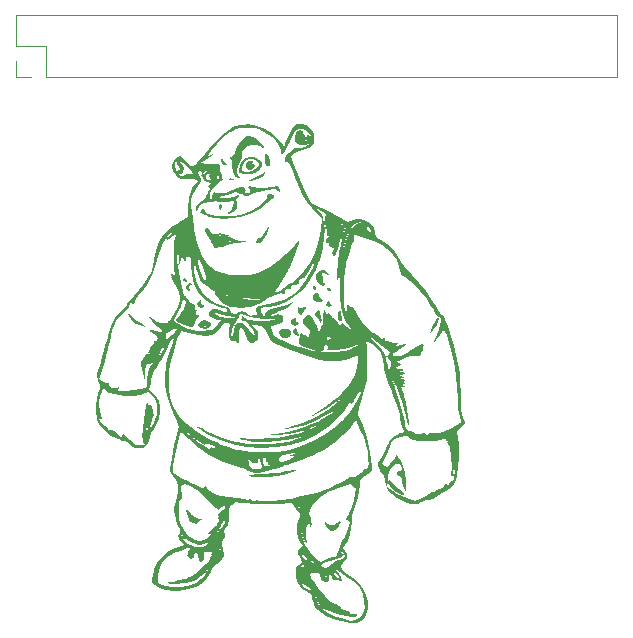
<source format=gbo>
G04 #@! TF.GenerationSoftware,KiCad,Pcbnew,8.0.6-8.0.6-0~ubuntu22.04.1*
G04 #@! TF.CreationDate,2024-11-13T10:01:41+01:00*
G04 #@! TF.ProjectId,INA228_hat,494e4132-3238-45f6-9861-742e6b696361,rev?*
G04 #@! TF.SameCoordinates,Original*
G04 #@! TF.FileFunction,Legend,Bot*
G04 #@! TF.FilePolarity,Positive*
%FSLAX46Y46*%
G04 Gerber Fmt 4.6, Leading zero omitted, Abs format (unit mm)*
G04 Created by KiCad (PCBNEW 8.0.6-8.0.6-0~ubuntu22.04.1) date 2024-11-13 10:01:41*
%MOMM*%
%LPD*%
G01*
G04 APERTURE LIST*
%ADD10C,0.120000*%
%ADD11C,0.000000*%
G04 APERTURE END LIST*
D10*
X107040000Y-44900000D02*
X107040000Y-47500000D01*
X107040000Y-44900000D02*
X157960000Y-44900000D01*
X107040000Y-47500000D02*
X109640000Y-47500000D01*
X107040000Y-48770000D02*
X107040000Y-50100000D01*
X107040000Y-50100000D02*
X108370000Y-50100000D01*
X109640000Y-47500000D02*
X109640000Y-50100000D01*
X109640000Y-50100000D02*
X157960000Y-50100000D01*
X157960000Y-44900000D02*
X157960000Y-50100000D01*
D11*
G36*
X121413134Y-67226023D02*
G01*
X121549715Y-67316145D01*
X121581557Y-67401741D01*
X121573611Y-67413099D01*
X121452526Y-67460150D01*
X121310497Y-67405389D01*
X121225636Y-67276338D01*
X121217454Y-67206535D01*
X121261377Y-67169410D01*
X121413134Y-67226023D01*
G37*
G36*
X124463621Y-60953421D02*
G01*
X124459139Y-61138775D01*
X124413151Y-61280586D01*
X124343107Y-61353177D01*
X124304405Y-61322586D01*
X124271795Y-61188634D01*
X124276538Y-61021391D01*
X124322384Y-60902421D01*
X124406111Y-60867574D01*
X124463621Y-60953421D01*
G37*
G36*
X133625729Y-67984012D02*
G01*
X133756904Y-68054930D01*
X133781168Y-68165784D01*
X133676254Y-68258103D01*
X133576731Y-68260340D01*
X133427472Y-68180931D01*
X133357693Y-68053812D01*
X133410367Y-68004804D01*
X133570067Y-67979264D01*
X133625729Y-67984012D01*
G37*
G36*
X125281261Y-58722195D02*
G01*
X125467287Y-58750381D01*
X125542308Y-58804682D01*
X125518882Y-58847735D01*
X125388606Y-58884595D01*
X125203601Y-58870244D01*
X125032609Y-58804682D01*
X124990877Y-58769021D01*
X125030552Y-58732470D01*
X125223746Y-58721033D01*
X125281261Y-58722195D01*
G37*
G36*
X132333805Y-67863228D02*
G01*
X132452802Y-67964553D01*
X132508194Y-68074615D01*
X132492931Y-68109546D01*
X132378103Y-68149164D01*
X132375898Y-68149144D01*
X132250130Y-68086136D01*
X132175654Y-67955159D01*
X132198322Y-67836070D01*
X132221970Y-67825118D01*
X132333805Y-67863228D01*
G37*
G36*
X133612542Y-69213703D02*
G01*
X133629692Y-69283644D01*
X133747090Y-69395424D01*
X133832113Y-69449104D01*
X133768327Y-69518882D01*
X133596280Y-69581182D01*
X133425732Y-69546222D01*
X133333655Y-69422406D01*
X133364657Y-69240497D01*
X133469145Y-69112574D01*
X133569150Y-69097599D01*
X133612542Y-69213703D01*
G37*
G36*
X122738964Y-69151174D02*
G01*
X122763627Y-69266255D01*
X122878315Y-69408004D01*
X122946302Y-69468579D01*
X122958251Y-69582125D01*
X122923767Y-69626633D01*
X122784211Y-69672270D01*
X122563479Y-69590322D01*
X122437186Y-69486185D01*
X122420043Y-69321544D01*
X122569064Y-69126087D01*
X122673543Y-69036411D01*
X122729795Y-69029983D01*
X122738964Y-69151174D01*
G37*
G36*
X130809198Y-71536755D02*
G01*
X130827171Y-71633368D01*
X130935687Y-71801230D01*
X130998705Y-71873390D01*
X131015623Y-71981531D01*
X130979238Y-72029255D01*
X130893018Y-72047848D01*
X130728657Y-71974266D01*
X130590050Y-71862365D01*
X130508259Y-71673948D01*
X130563284Y-71493915D01*
X130659077Y-71405027D01*
X130767271Y-71397385D01*
X130809198Y-71536755D01*
G37*
G36*
X124561763Y-57034855D02*
G01*
X124607860Y-57147440D01*
X124643882Y-57247721D01*
X124777760Y-57380249D01*
X124883977Y-57460839D01*
X124947659Y-57550869D01*
X124937421Y-57580124D01*
X124833020Y-57614292D01*
X124675611Y-57589780D01*
X124539900Y-57513445D01*
X124480812Y-57418440D01*
X124441897Y-57245260D01*
X124455106Y-57088808D01*
X124522910Y-57020735D01*
X124561763Y-57034855D01*
G37*
G36*
X128292695Y-56638687D02*
G01*
X128421874Y-56770423D01*
X128507378Y-56901518D01*
X128595999Y-57231183D01*
X128548938Y-57565962D01*
X128502521Y-57633579D01*
X128347679Y-57700334D01*
X128326798Y-57697850D01*
X128219122Y-57598606D01*
X128140326Y-57393749D01*
X128099804Y-57137276D01*
X128106948Y-56883185D01*
X128171151Y-56685473D01*
X128211475Y-56636120D01*
X128292695Y-56638687D01*
G37*
G36*
X130130713Y-71505258D02*
G01*
X130330693Y-71662930D01*
X130371000Y-71852859D01*
X130243858Y-72071404D01*
X130197595Y-72114859D01*
X129958894Y-72214122D01*
X129686703Y-72194367D01*
X129450000Y-72056856D01*
X129397067Y-72000073D01*
X129291800Y-71802330D01*
X129351611Y-71638170D01*
X129578539Y-71498742D01*
X129771413Y-71429557D01*
X129938308Y-71425365D01*
X130130713Y-71505258D01*
G37*
G36*
X134487142Y-69863348D02*
G01*
X134538945Y-69992547D01*
X134592969Y-70204548D01*
X134637148Y-70439467D01*
X134659418Y-70637418D01*
X134647714Y-70738518D01*
X134619225Y-70760183D01*
X134462475Y-70772934D01*
X134308941Y-70675427D01*
X134307356Y-70673429D01*
X134278914Y-70542385D01*
X134292788Y-70332067D01*
X134336981Y-70104743D01*
X134399496Y-69922684D01*
X134468334Y-69848160D01*
X134487142Y-69863348D01*
G37*
G36*
X121953236Y-67703235D02*
G01*
X121951172Y-67762880D01*
X121840618Y-67752689D01*
X121761920Y-67732631D01*
X121722129Y-67785610D01*
X121746446Y-67965006D01*
X121760908Y-68047687D01*
X121755556Y-68193881D01*
X121672301Y-68234113D01*
X121668296Y-68234076D01*
X121530126Y-68163402D01*
X121482936Y-67988589D01*
X121539433Y-67755423D01*
X121561463Y-67713807D01*
X121698384Y-67589630D01*
X121848812Y-67583604D01*
X121953236Y-67703235D01*
G37*
G36*
X128165184Y-58216757D02*
G01*
X128094253Y-58373487D01*
X128080388Y-58397453D01*
X127878000Y-58606459D01*
X127577046Y-58783280D01*
X127241305Y-58889344D01*
X127015848Y-58919165D01*
X126819848Y-58918099D01*
X126755217Y-58880624D01*
X126834791Y-58817931D01*
X127071405Y-58741211D01*
X127241636Y-58688991D01*
X127582106Y-58541141D01*
X127857191Y-58370631D01*
X128010032Y-58253474D01*
X128140634Y-58176795D01*
X128165184Y-58216757D01*
G37*
G36*
X142853236Y-70544127D02*
G01*
X142870806Y-70654760D01*
X142810812Y-70851537D01*
X142679565Y-71110132D01*
X142483371Y-71406221D01*
X142339982Y-71590351D01*
X142207329Y-71737562D01*
X142141636Y-71779483D01*
X142137450Y-71756273D01*
X142175449Y-71614623D01*
X142264222Y-71389030D01*
X142382405Y-71125716D01*
X142508636Y-70870908D01*
X142621555Y-70670828D01*
X142699797Y-70571703D01*
X142751795Y-70543963D01*
X142853236Y-70544127D01*
G37*
G36*
X132566799Y-68450964D02*
G01*
X132697938Y-68509152D01*
X132746614Y-68671449D01*
X132793165Y-68820880D01*
X132946299Y-68941819D01*
X133041228Y-68989108D01*
X133063902Y-69077894D01*
X133029917Y-69110041D01*
X132859710Y-69158991D01*
X132626525Y-69162808D01*
X132401959Y-69124300D01*
X132257608Y-69046274D01*
X132197189Y-68904558D01*
X132183494Y-68685237D01*
X132201057Y-68582435D01*
X132279726Y-68472157D01*
X132465719Y-68446488D01*
X132566799Y-68450964D01*
G37*
G36*
X132747310Y-69893857D02*
G01*
X132763044Y-70060535D01*
X132784135Y-70200211D01*
X132847994Y-70272909D01*
X132886240Y-70309957D01*
X132921502Y-70461373D01*
X132931729Y-70669122D01*
X132914960Y-70867042D01*
X132869231Y-70988975D01*
X132818295Y-70973632D01*
X132778819Y-70835102D01*
X132704640Y-70641915D01*
X132545207Y-70453690D01*
X132374263Y-70259811D01*
X132358948Y-70080202D01*
X132502610Y-69936099D01*
X132672246Y-69860205D01*
X132747310Y-69893857D01*
G37*
G36*
X130759112Y-70562901D02*
G01*
X130786959Y-70718896D01*
X130795185Y-70837490D01*
X130872910Y-70888796D01*
X130921141Y-70892364D01*
X130979097Y-70987904D01*
X130970406Y-71038962D01*
X130872910Y-71151097D01*
X130838455Y-71163595D01*
X130666603Y-71200651D01*
X130649794Y-71200191D01*
X130505730Y-71131481D01*
X130363693Y-70997672D01*
X130299499Y-70867558D01*
X130300788Y-70852629D01*
X130381504Y-70715501D01*
X130534899Y-70585533D01*
X130686839Y-70527759D01*
X130759112Y-70562901D01*
G37*
G36*
X130986216Y-69615110D02*
G01*
X131083913Y-69713556D01*
X131232898Y-69678822D01*
X131341795Y-69632574D01*
X131533238Y-69593311D01*
X131599406Y-69609414D01*
X131582577Y-69686732D01*
X131453873Y-69854678D01*
X131414878Y-69903216D01*
X131284972Y-70104797D01*
X131231121Y-70258190D01*
X131225111Y-70312435D01*
X131177634Y-70322189D01*
X131061221Y-70199786D01*
X130949120Y-69994043D01*
X130896731Y-69732562D01*
X130901576Y-69600801D01*
X130926812Y-69538744D01*
X130986216Y-69615110D01*
G37*
G36*
X116670990Y-70220762D02*
G01*
X116880918Y-70393383D01*
X117011191Y-70504821D01*
X117330922Y-70750069D01*
X117645466Y-70962729D01*
X117829038Y-71079384D01*
X118000524Y-71198259D01*
X118066723Y-71258737D01*
X118066134Y-71262185D01*
X117984351Y-71270537D01*
X117799701Y-71230585D01*
X117562716Y-71155858D01*
X117323929Y-71059884D01*
X117226079Y-71007127D01*
X116988208Y-70828897D01*
X116766030Y-70607749D01*
X116601763Y-70388907D01*
X116537626Y-70217594D01*
X116560547Y-70174412D01*
X116670990Y-70220762D01*
G37*
G36*
X127086504Y-57254867D02*
G01*
X127144365Y-57347764D01*
X127070695Y-57457036D01*
X127051566Y-57470653D01*
X126995165Y-57522347D01*
X127089922Y-57499683D01*
X127212509Y-57488803D01*
X127293494Y-57563793D01*
X127287981Y-57697679D01*
X127201192Y-57844153D01*
X127038351Y-57956908D01*
X127021035Y-57963893D01*
X126844182Y-58023131D01*
X126734114Y-57998432D01*
X126607279Y-57873657D01*
X126540827Y-57777838D01*
X126497670Y-57550236D01*
X126583085Y-57346263D01*
X126781594Y-57223634D01*
X126934888Y-57208845D01*
X127086504Y-57254867D01*
G37*
G36*
X138807750Y-84353830D02*
G01*
X139017092Y-84565719D01*
X139211021Y-84762087D01*
X139376236Y-84911909D01*
X139463945Y-84969230D01*
X139525391Y-84999403D01*
X139664846Y-85123953D01*
X139819492Y-85297204D01*
X139939305Y-85466793D01*
X139950417Y-85490020D01*
X139920651Y-85543254D01*
X139774683Y-85514037D01*
X139534818Y-85409530D01*
X139223362Y-85236897D01*
X139222042Y-85236103D01*
X138931797Y-85016326D01*
X138710042Y-84762955D01*
X138583548Y-84514522D01*
X138579085Y-84309558D01*
X138609549Y-84258738D01*
X138680778Y-84256694D01*
X138807750Y-84353830D01*
G37*
G36*
X128490961Y-62924607D02*
G01*
X128425089Y-63127161D01*
X128296775Y-63397810D01*
X128128074Y-63692051D01*
X127941039Y-63965384D01*
X127821519Y-64119813D01*
X127719539Y-64216673D01*
X127625156Y-64219287D01*
X127483522Y-64149761D01*
X127390916Y-64094775D01*
X127362436Y-64020735D01*
X127459798Y-63894911D01*
X127581250Y-63789870D01*
X127719085Y-63731772D01*
X127719247Y-63731772D01*
X127818498Y-63664610D01*
X127971108Y-63489159D01*
X128144108Y-63243311D01*
X128156781Y-63223681D01*
X128313849Y-63001679D01*
X128433775Y-62869331D01*
X128491482Y-62854691D01*
X128490961Y-62924607D01*
G37*
G36*
X121528763Y-86763355D02*
G01*
X121673480Y-86893118D01*
X121873848Y-87093258D01*
X121986963Y-87207854D01*
X122205439Y-87398883D01*
X122386109Y-87494006D01*
X122574684Y-87521127D01*
X122866388Y-87524528D01*
X122632776Y-87651264D01*
X122628376Y-87653666D01*
X122466341Y-87766228D01*
X122399164Y-87860238D01*
X122396881Y-87877860D01*
X122307433Y-87935112D01*
X122123847Y-87920011D01*
X121895647Y-87835035D01*
X121795019Y-87763275D01*
X121676128Y-87577242D01*
X121580684Y-87262876D01*
X121535820Y-87065929D01*
X121488236Y-86844103D01*
X121468315Y-86732221D01*
X121468598Y-86729701D01*
X121528763Y-86763355D01*
G37*
G36*
X134541728Y-87764653D02*
G01*
X134462040Y-87900000D01*
X134407662Y-87985115D01*
X134400575Y-88079225D01*
X134403112Y-88082447D01*
X134379216Y-88178224D01*
X134269936Y-88332022D01*
X134062050Y-88481687D01*
X133797363Y-88537590D01*
X133560683Y-88472110D01*
X133552031Y-88465605D01*
X133452587Y-88342280D01*
X133332106Y-88145183D01*
X133230528Y-87944980D01*
X133187793Y-87812340D01*
X133195405Y-87804771D01*
X133295267Y-87836954D01*
X133473907Y-87935546D01*
X133636744Y-88029598D01*
X133844081Y-88098934D01*
X134019053Y-88052098D01*
X134222894Y-87884955D01*
X134388024Y-87757121D01*
X134506373Y-87716355D01*
X134541728Y-87764653D01*
G37*
G36*
X130851673Y-83419495D02*
G01*
X130847462Y-83423535D01*
X130696686Y-83503652D01*
X130416321Y-83602750D01*
X130041865Y-83710555D01*
X129608817Y-83816794D01*
X129152676Y-83911193D01*
X128993800Y-83936540D01*
X128629814Y-83974354D01*
X128221210Y-83997497D01*
X127803649Y-84006146D01*
X127412793Y-84000478D01*
X127084305Y-83980668D01*
X126853846Y-83946893D01*
X126757078Y-83899331D01*
X126798633Y-83860739D01*
X126998363Y-83818368D01*
X127363790Y-83780747D01*
X127896990Y-83747599D01*
X128158839Y-83733322D01*
X128773212Y-83687166D01*
X129345826Y-83620940D01*
X129945061Y-83525796D01*
X130639298Y-83392892D01*
X130700504Y-83381302D01*
X130853147Y-83370644D01*
X130851673Y-83419495D01*
G37*
G36*
X133188816Y-66503322D02*
G01*
X133409450Y-66649106D01*
X133563041Y-66807491D01*
X133600162Y-66904928D01*
X133517744Y-66905123D01*
X133329007Y-66785635D01*
X133178448Y-66684167D01*
X133042018Y-66661263D01*
X132992993Y-66782274D01*
X133028462Y-67049759D01*
X133044557Y-67128932D01*
X133070542Y-67348402D01*
X133057005Y-67475006D01*
X133053321Y-67518089D01*
X133150706Y-67554515D01*
X133166019Y-67554661D01*
X133246415Y-67581615D01*
X133187793Y-67681939D01*
X133163735Y-67709285D01*
X133009676Y-67799967D01*
X132841607Y-67740493D01*
X132639942Y-67525259D01*
X132584719Y-67447683D01*
X132444823Y-67129322D01*
X132461338Y-66851935D01*
X132628919Y-66633764D01*
X132942226Y-66493052D01*
X132985762Y-66483884D01*
X133188816Y-66503322D01*
G37*
G36*
X123447871Y-71306856D02*
G01*
X123284880Y-71411913D01*
X123039358Y-71462207D01*
X122764854Y-71420493D01*
X122570505Y-71300160D01*
X122530240Y-71207358D01*
X122951338Y-71207358D01*
X122968698Y-71230315D01*
X123088790Y-71292307D01*
X123117354Y-71285762D01*
X123121238Y-71207358D01*
X123103878Y-71184400D01*
X123066069Y-71164883D01*
X123248663Y-71164883D01*
X123291137Y-71207358D01*
X123333612Y-71164883D01*
X123291137Y-71122408D01*
X123248663Y-71164883D01*
X123066069Y-71164883D01*
X122983786Y-71122408D01*
X122955221Y-71128953D01*
X122951338Y-71207358D01*
X122530240Y-71207358D01*
X122498300Y-71133743D01*
X122561370Y-70954152D01*
X122772847Y-70794294D01*
X122919028Y-70735266D01*
X123086488Y-70729700D01*
X123302745Y-70813510D01*
X123357344Y-70840632D01*
X123542925Y-70975521D01*
X123570285Y-71121357D01*
X123541561Y-71164883D01*
X123447871Y-71306856D01*
G37*
G36*
X127893114Y-57657460D02*
G01*
X127753971Y-57884448D01*
X127538098Y-58104126D01*
X127290984Y-58263853D01*
X127217746Y-58291010D01*
X126956902Y-58340347D01*
X126647806Y-58355671D01*
X126344482Y-58338909D01*
X126100956Y-58291985D01*
X125971255Y-58216825D01*
X125953677Y-58172313D01*
X125949079Y-57967856D01*
X126178699Y-57967856D01*
X126278566Y-58103485D01*
X126411781Y-58168730D01*
X126705782Y-58193449D01*
X127030455Y-58116868D01*
X127332718Y-57954760D01*
X127559490Y-57722894D01*
X127575534Y-57698182D01*
X127641566Y-57562819D01*
X127611092Y-57451615D01*
X127469541Y-57295308D01*
X127444117Y-57270926D01*
X127156075Y-57103709D01*
X126846801Y-57079030D01*
X126555817Y-57183583D01*
X126322645Y-57404062D01*
X126186809Y-57727161D01*
X126182341Y-57750508D01*
X126178699Y-57967856D01*
X125949079Y-57967856D01*
X125949072Y-57967532D01*
X126000135Y-57700465D01*
X126090947Y-57437214D01*
X126205587Y-57243878D01*
X126226160Y-57221680D01*
X126511205Y-57018570D01*
X126857269Y-56901314D01*
X127186392Y-56897448D01*
X127431930Y-56995346D01*
X127670196Y-57163318D01*
X127849880Y-57357646D01*
X127920903Y-57534872D01*
X127914568Y-57562819D01*
X127893114Y-57657460D01*
G37*
G36*
X128675634Y-60013622D02*
G01*
X128838362Y-60095919D01*
X128879585Y-60146861D01*
X128933443Y-60276475D01*
X128927402Y-60373915D01*
X128857309Y-60377463D01*
X128848276Y-60374690D01*
X128736486Y-60424067D01*
X128549625Y-60566576D01*
X128322902Y-60775962D01*
X128295048Y-60803482D01*
X127730787Y-61268814D01*
X127080225Y-61633720D01*
X126306856Y-61918895D01*
X126020160Y-61992266D01*
X125353796Y-62092952D01*
X124655055Y-62119585D01*
X123985395Y-62071545D01*
X123406273Y-61948211D01*
X123114746Y-61853517D01*
X122857889Y-61753932D01*
X122719379Y-61665446D01*
X122673147Y-61569799D01*
X122693123Y-61448732D01*
X122697018Y-61437011D01*
X122803587Y-61291487D01*
X122935216Y-61294298D01*
X123038749Y-61445882D01*
X123102646Y-61568073D01*
X123297407Y-61718621D01*
X123618661Y-61820674D01*
X124079448Y-61877761D01*
X124692810Y-61893410D01*
X124715295Y-61893264D01*
X125422906Y-61862562D01*
X126021144Y-61774430D01*
X126562708Y-61617652D01*
X127100294Y-61381012D01*
X127177365Y-61340202D01*
X127511644Y-61127106D01*
X127827976Y-60875182D01*
X128093998Y-60615259D01*
X128277345Y-60378165D01*
X128345652Y-60194730D01*
X128345659Y-60191609D01*
X128388183Y-60036403D01*
X128541037Y-59993980D01*
X128675634Y-60013622D01*
G37*
G36*
X126018067Y-57299167D02*
G01*
X125922657Y-57475259D01*
X125766503Y-57886924D01*
X125750084Y-58216146D01*
X125874147Y-58456922D01*
X125998252Y-58594782D01*
X126052007Y-58682982D01*
X126016424Y-58701351D01*
X125882676Y-58677678D01*
X125712000Y-58615644D01*
X125571818Y-58535900D01*
X125558240Y-58521944D01*
X125489522Y-58362255D01*
X125429123Y-58091168D01*
X125385884Y-57757646D01*
X125368647Y-57410654D01*
X125333976Y-57238124D01*
X125457358Y-57238124D01*
X125459567Y-57246601D01*
X125542308Y-57275585D01*
X125565592Y-57272128D01*
X125627258Y-57185622D01*
X125620588Y-57154896D01*
X125542308Y-57148160D01*
X125516886Y-57165596D01*
X125457358Y-57238124D01*
X125333976Y-57238124D01*
X125329421Y-57215460D01*
X125221393Y-57055963D01*
X125144782Y-56990534D01*
X125154842Y-56929453D01*
X125308696Y-56859285D01*
X125471163Y-56764425D01*
X125542308Y-56654132D01*
X125542308Y-56653961D01*
X125578589Y-56523027D01*
X125673363Y-56291772D01*
X125806164Y-56010151D01*
X125832150Y-55959117D01*
X126100494Y-55539906D01*
X126401054Y-55263060D01*
X126563416Y-55158924D01*
X126719369Y-55092989D01*
X126874740Y-55105470D01*
X127108998Y-55187935D01*
X127361959Y-55312229D01*
X127665930Y-55530741D01*
X127905410Y-55777341D01*
X128032607Y-56009518D01*
X128036443Y-56024015D01*
X128060933Y-56125342D01*
X128037942Y-56155930D01*
X127932223Y-56114892D01*
X127708529Y-56001337D01*
X127362532Y-55864375D01*
X127044805Y-55847158D01*
X126693010Y-55951767D01*
X126609156Y-55991143D01*
X126340026Y-56196786D01*
X126185543Y-56454603D01*
X126172274Y-56725137D01*
X126175058Y-56736999D01*
X126161115Y-56982464D01*
X126069353Y-57185622D01*
X126018067Y-57299167D01*
G37*
G36*
X125078099Y-63506746D02*
G01*
X125032609Y-63561873D01*
X124994378Y-63589545D01*
X124992731Y-63632918D01*
X125143810Y-63645522D01*
X125298148Y-63669932D01*
X125329933Y-63731772D01*
X125359934Y-63794998D01*
X125516057Y-63828291D01*
X125667737Y-63837555D01*
X125683900Y-63853882D01*
X125542308Y-63891038D01*
X125510412Y-63902858D01*
X125550913Y-63931780D01*
X125737072Y-63960424D01*
X126052007Y-63985656D01*
X126538731Y-64014938D01*
X126774081Y-64029097D01*
X125882107Y-64179215D01*
X125650685Y-64220256D01*
X125203409Y-64309281D01*
X124791152Y-64402419D01*
X124480435Y-64485150D01*
X124235657Y-64554224D01*
X124018187Y-64602820D01*
X123912335Y-64609388D01*
X123843634Y-64535773D01*
X123712191Y-64344158D01*
X123549675Y-64079952D01*
X123526979Y-64040490D01*
X125132585Y-64040490D01*
X125202509Y-64071572D01*
X125247481Y-64065441D01*
X125259142Y-64014938D01*
X125246691Y-64004772D01*
X125145875Y-64014938D01*
X125132585Y-64040490D01*
X123526979Y-64040490D01*
X123380645Y-63786062D01*
X123243324Y-63530791D01*
X124283087Y-63530791D01*
X124353010Y-63561873D01*
X124397983Y-63555742D01*
X124409644Y-63505239D01*
X124397193Y-63495073D01*
X124296377Y-63505239D01*
X124283087Y-63530791D01*
X123243324Y-63530791D01*
X123229661Y-63505393D01*
X123121281Y-63280853D01*
X123080064Y-63155348D01*
X123096954Y-62982554D01*
X123169750Y-62871124D01*
X123294026Y-62918568D01*
X123463355Y-63125388D01*
X123497905Y-63177720D01*
X123632368Y-63370252D01*
X123737912Y-63453840D01*
X123872801Y-63453136D01*
X124095296Y-63392795D01*
X124313833Y-63351668D01*
X124472762Y-63392795D01*
X124481998Y-63400706D01*
X124632989Y-63455210D01*
X124858462Y-63478224D01*
X124978989Y-63481805D01*
X125072111Y-63505239D01*
X125078099Y-63506746D01*
G37*
G36*
X132275762Y-55684113D02*
G01*
X132144374Y-55959677D01*
X131906602Y-56140044D01*
X131532377Y-56255957D01*
X131393539Y-56291290D01*
X131023174Y-56427357D01*
X130694884Y-56596348D01*
X130304508Y-56843917D01*
X130521540Y-57420788D01*
X130832841Y-58211016D01*
X131199387Y-59048127D01*
X131627198Y-59932490D01*
X132044798Y-60762974D01*
X133614456Y-61595730D01*
X134198059Y-61905351D01*
X135158789Y-62415050D01*
X135184114Y-62428486D01*
X135550863Y-62266604D01*
X135872566Y-62170752D01*
X136310191Y-62173716D01*
X136720087Y-62314932D01*
X136842956Y-62406316D01*
X137072592Y-62577109D01*
X137338043Y-62942953D01*
X137432789Y-63231021D01*
X137486779Y-63395175D01*
X137488801Y-63407235D01*
X137533033Y-63570389D01*
X137623757Y-63697145D01*
X137797166Y-63822777D01*
X138089450Y-63982558D01*
X138251118Y-64072845D01*
X138744421Y-64448408D01*
X139173957Y-64950452D01*
X139558527Y-65599672D01*
X139686559Y-65812092D01*
X139925223Y-66140233D01*
X140226216Y-66509580D01*
X140556895Y-66878329D01*
X141186080Y-67570492D01*
X141764090Y-68274043D01*
X142223654Y-68921494D01*
X142578350Y-69530659D01*
X142591325Y-69555663D01*
X142783278Y-69885860D01*
X142970085Y-70143139D01*
X143121574Y-70285573D01*
X143171281Y-70319560D01*
X143262846Y-70419983D01*
X143358713Y-70586956D01*
X143469910Y-70844555D01*
X143607470Y-71216855D01*
X143782423Y-71727933D01*
X143841287Y-71904807D01*
X144128186Y-72821959D01*
X144346459Y-73641778D01*
X144504192Y-74409704D01*
X144609470Y-75171176D01*
X144670379Y-75971636D01*
X144695005Y-76856521D01*
X144698616Y-77180893D01*
X144707874Y-77683688D01*
X144722705Y-78062433D01*
X144746006Y-78347172D01*
X144780675Y-78567949D01*
X144829610Y-78754807D01*
X144895706Y-78937792D01*
X144977386Y-79147302D01*
X145051954Y-79346874D01*
X145056319Y-79360404D01*
X145080727Y-79436068D01*
X145053649Y-79473208D01*
X144931919Y-79598882D01*
X144745439Y-79775867D01*
X144410108Y-80084615D01*
X144498684Y-80764214D01*
X144530504Y-81114275D01*
X144545462Y-81727407D01*
X144544360Y-81765159D01*
X144525230Y-82420802D01*
X144471644Y-83144016D01*
X144386538Y-83846607D01*
X144372882Y-83936872D01*
X144315554Y-84240115D01*
X144238110Y-84451164D01*
X144110317Y-84632377D01*
X143901942Y-84846109D01*
X143701912Y-85023361D01*
X143469206Y-85193163D01*
X143296823Y-85278839D01*
X143088104Y-85369654D01*
X142872074Y-85521967D01*
X142650665Y-85699427D01*
X142331354Y-85857072D01*
X141976711Y-85903679D01*
X141747162Y-85934455D01*
X141412434Y-86116053D01*
X141385949Y-86137684D01*
X141127556Y-86280951D01*
X140826521Y-86319113D01*
X140453212Y-86251360D01*
X139977996Y-86076884D01*
X139969259Y-86073160D01*
X139334862Y-85763333D01*
X138859710Y-85438866D01*
X138533310Y-85088532D01*
X138345165Y-84701102D01*
X138284783Y-84265349D01*
X138280341Y-84133393D01*
X138221478Y-83887334D01*
X138070980Y-83693641D01*
X138058019Y-83681066D01*
X137886467Y-83449965D01*
X137763740Y-83180920D01*
X137750463Y-83133531D01*
X138043280Y-83133531D01*
X138063559Y-83247227D01*
X138092558Y-83245911D01*
X138108177Y-83135730D01*
X138094573Y-83052229D01*
X138056853Y-83084406D01*
X138043280Y-83133531D01*
X137750463Y-83133531D01*
X137739527Y-83094496D01*
X137718559Y-82942892D01*
X137732579Y-82872148D01*
X138030197Y-82872148D01*
X138221202Y-83007478D01*
X138275578Y-83044833D01*
X138459092Y-83130082D01*
X138587799Y-83076934D01*
X138709532Y-82872131D01*
X138715010Y-82860768D01*
X138860079Y-82650021D01*
X139028094Y-82512915D01*
X139143022Y-82426821D01*
X139221916Y-82231420D01*
X139222634Y-82189945D01*
X139236211Y-82098052D01*
X139292764Y-82121997D01*
X139426625Y-82267899D01*
X139613875Y-82539825D01*
X139820212Y-83024887D01*
X139973345Y-83630741D01*
X140065449Y-84332107D01*
X140083819Y-84578087D01*
X140103309Y-84895951D01*
X140111570Y-85119425D01*
X140106838Y-85211075D01*
X140076725Y-85208842D01*
X140001107Y-85101722D01*
X139909923Y-84905949D01*
X139821769Y-84668496D01*
X139755239Y-84436338D01*
X139728930Y-84256449D01*
X139723013Y-84122850D01*
X139670497Y-83985906D01*
X139537793Y-83934503D01*
X139508867Y-83928807D01*
X139369733Y-83840813D01*
X139308556Y-83704801D01*
X139336108Y-83579861D01*
X139463159Y-83525083D01*
X139567275Y-83509904D01*
X139689439Y-83435305D01*
X139704802Y-83403627D01*
X139709626Y-83210302D01*
X139625527Y-83010658D01*
X139485103Y-82891458D01*
X139382587Y-82870402D01*
X139120604Y-82922064D01*
X138887580Y-83113440D01*
X138873953Y-83135730D01*
X138698501Y-83422719D01*
X138568349Y-83828091D01*
X138512109Y-84307746D01*
X138497157Y-84840897D01*
X139007528Y-85183540D01*
X139010110Y-85185271D01*
X139356239Y-85393818D01*
X139772326Y-85611446D01*
X140168871Y-85791315D01*
X140819845Y-86056447D01*
X141271931Y-85846993D01*
X141452655Y-85757809D01*
X141758935Y-85586526D01*
X141995053Y-85430809D01*
X142043933Y-85395210D01*
X142253819Y-85273310D01*
X142413730Y-85224080D01*
X142537089Y-85194360D01*
X142716723Y-85083489D01*
X142752725Y-85051780D01*
X142848310Y-84995068D01*
X142874657Y-85062252D01*
X142895110Y-85118134D01*
X142964828Y-85031156D01*
X143029687Y-84950342D01*
X143119722Y-84922305D01*
X143191912Y-84893537D01*
X143282580Y-84754192D01*
X143306215Y-84706659D01*
X143417717Y-84569921D01*
X143512507Y-84562764D01*
X143555074Y-84693144D01*
X143558088Y-84731886D01*
X143594074Y-84751077D01*
X143679627Y-84618852D01*
X143805555Y-84455727D01*
X143962310Y-84353658D01*
X144012280Y-84334424D01*
X144085617Y-84265277D01*
X144141683Y-84133240D01*
X144184066Y-83916911D01*
X144216353Y-83594890D01*
X144242133Y-83145773D01*
X144264992Y-82548160D01*
X144273451Y-82286270D01*
X144282802Y-81945625D01*
X144284364Y-81765159D01*
X144277755Y-81738730D01*
X144262590Y-81860195D01*
X144238487Y-82123411D01*
X144230238Y-82218337D01*
X144174379Y-82826084D01*
X144125610Y-83281215D01*
X144081486Y-83598702D01*
X144039564Y-83793514D01*
X143997400Y-83880620D01*
X143952550Y-83874991D01*
X143926876Y-83835785D01*
X143904825Y-83648247D01*
X143946173Y-83321415D01*
X143987029Y-82873114D01*
X143926178Y-82448748D01*
X143893343Y-82305479D01*
X143859208Y-82086918D01*
X143864159Y-81971454D01*
X143873072Y-81924424D01*
X143815835Y-81794833D01*
X143770178Y-81697445D01*
X143761169Y-81501230D01*
X143764646Y-81385798D01*
X143711681Y-81316388D01*
X143685638Y-81311741D01*
X143674613Y-81238693D01*
X143684851Y-81202709D01*
X143615914Y-81125083D01*
X143606963Y-81121872D01*
X143557833Y-81059138D01*
X143632525Y-80926691D01*
X143665686Y-80882400D01*
X143705030Y-80817452D01*
X143636773Y-80870401D01*
X143520443Y-80954108D01*
X143429227Y-80960430D01*
X143436003Y-80849164D01*
X143443427Y-80828921D01*
X143452206Y-80753106D01*
X143387794Y-80731326D01*
X143220913Y-80763635D01*
X142922285Y-80850083D01*
X142565902Y-80928735D01*
X142115721Y-80972960D01*
X141643531Y-80975330D01*
X141187315Y-80939028D01*
X140785056Y-80867236D01*
X140474738Y-80763137D01*
X140294344Y-80629912D01*
X140292490Y-80627271D01*
X140220843Y-80545926D01*
X140126446Y-80516512D01*
X139962411Y-80537218D01*
X139681850Y-80606230D01*
X139333283Y-80703645D01*
X139091138Y-80802496D01*
X138934738Y-80932066D01*
X138823089Y-81126940D01*
X138715194Y-81421702D01*
X138626063Y-81663878D01*
X138455402Y-82065056D01*
X138283360Y-82412830D01*
X138030197Y-82872148D01*
X137732579Y-82872148D01*
X137748708Y-82790758D01*
X137843524Y-82590609D01*
X138016558Y-82294960D01*
X138020793Y-82287925D01*
X138212920Y-81942767D01*
X138385794Y-81588390D01*
X138502455Y-81300440D01*
X138515222Y-81263853D01*
X138751335Y-80856916D01*
X139123400Y-80526856D01*
X139608212Y-80294776D01*
X139708275Y-80261079D01*
X139856823Y-80192994D01*
X139884774Y-80111749D01*
X139821975Y-79972317D01*
X139800709Y-79918231D01*
X139743721Y-79707383D01*
X139676027Y-79397569D01*
X139608089Y-79034656D01*
X139530719Y-78665226D01*
X139318970Y-77937703D01*
X139016430Y-77123811D01*
X138863426Y-76745540D01*
X138656781Y-76219732D01*
X138502082Y-75796952D01*
X138389178Y-75444321D01*
X138307919Y-75128959D01*
X138248152Y-74817989D01*
X138199728Y-74478530D01*
X138124422Y-74056642D01*
X137936545Y-73530016D01*
X137644511Y-73106666D01*
X137232071Y-72757692D01*
X137121770Y-72684492D01*
X136880322Y-72539388D01*
X136747100Y-72497205D01*
X136703234Y-72556347D01*
X136729854Y-72715217D01*
X136738737Y-72773170D01*
X136744842Y-72813000D01*
X136764106Y-73073525D01*
X136779797Y-73446265D01*
X136790596Y-73897367D01*
X136795184Y-74392976D01*
X136795195Y-74435451D01*
X136795295Y-74817597D01*
X136790452Y-75251403D01*
X136775713Y-75585868D01*
X136746470Y-75860930D01*
X136702759Y-76091973D01*
X136698113Y-76116528D01*
X136626035Y-76392604D01*
X136525626Y-76729097D01*
X136450346Y-76979957D01*
X136321501Y-77427459D01*
X136207704Y-77843548D01*
X136127095Y-78162952D01*
X136001099Y-78704833D01*
X136329710Y-79437199D01*
X136509887Y-79868422D01*
X136768068Y-80641584D01*
X136970594Y-81492120D01*
X137129280Y-82464771D01*
X137147743Y-82603366D01*
X137182220Y-82881695D01*
X137193146Y-82969897D01*
X137212763Y-83210728D01*
X137206031Y-83358467D01*
X137172384Y-83445723D01*
X137111258Y-83505107D01*
X137030721Y-83564972D01*
X136827357Y-83714704D01*
X136585786Y-83891501D01*
X136441918Y-83998617D01*
X136302169Y-84127143D01*
X136222269Y-84269636D01*
X136176994Y-84477828D01*
X136141120Y-84803450D01*
X136122648Y-84969230D01*
X136099346Y-85178354D01*
X136004803Y-85764327D01*
X135874059Y-86280412D01*
X135692626Y-86790795D01*
X135533362Y-87312709D01*
X135481438Y-87877859D01*
X135445835Y-88353708D01*
X135332828Y-88891277D01*
X135159003Y-89380040D01*
X134941424Y-89760505D01*
X134725012Y-90044235D01*
X134933326Y-90239935D01*
X134944626Y-90250649D01*
X135090930Y-90431469D01*
X135124339Y-90613629D01*
X135098208Y-90682800D01*
X135040731Y-90834945D01*
X134835986Y-91133233D01*
X134731356Y-91274000D01*
X134614341Y-91464081D01*
X134583762Y-91601820D01*
X134622413Y-91735757D01*
X134682164Y-91823694D01*
X134869641Y-92000967D01*
X135115088Y-92170096D01*
X135630111Y-92524653D01*
X136093080Y-92967234D01*
X136457243Y-93454089D01*
X136716862Y-93964931D01*
X136866200Y-94479472D01*
X136899519Y-94977423D01*
X136881834Y-95069626D01*
X136811082Y-95438497D01*
X136595150Y-95842406D01*
X136245987Y-96168862D01*
X136235808Y-96175686D01*
X136062179Y-96277496D01*
X135893041Y-96328487D01*
X135670784Y-96337937D01*
X135337798Y-96315123D01*
X135086060Y-96287567D01*
X134177273Y-96087778D01*
X133345598Y-95737001D01*
X132588561Y-95234263D01*
X132486200Y-95146604D01*
X132344846Y-94978650D01*
X132251068Y-94761656D01*
X132173643Y-94435517D01*
X132149183Y-94314124D01*
X132086562Y-94061093D01*
X132006278Y-93904531D01*
X131872437Y-93792172D01*
X131649148Y-93671750D01*
X131423705Y-93539331D01*
X131063847Y-93201997D01*
X130838174Y-92767579D01*
X130833569Y-92742319D01*
X131162976Y-92742319D01*
X131173450Y-92825474D01*
X131261547Y-92990838D01*
X131395190Y-93186104D01*
X131539777Y-93361008D01*
X131660704Y-93465288D01*
X131703401Y-93486469D01*
X131895197Y-93543044D01*
X132032201Y-93529072D01*
X132063509Y-93446879D01*
X131968265Y-93356573D01*
X131780342Y-93279031D01*
X131771504Y-93276577D01*
X131550416Y-93154921D01*
X131363803Y-92961214D01*
X131338587Y-92924155D01*
X131225965Y-92782457D01*
X131162976Y-92742319D01*
X130833569Y-92742319D01*
X130786767Y-92485583D01*
X131082197Y-92485583D01*
X131092364Y-92586399D01*
X131117915Y-92599689D01*
X131148997Y-92529766D01*
X131142866Y-92484793D01*
X131092364Y-92473132D01*
X131082197Y-92485583D01*
X130786767Y-92485583D01*
X130739076Y-92223970D01*
X130733495Y-92134158D01*
X130731434Y-92062542D01*
X130979097Y-92062542D01*
X130979458Y-92101233D01*
X130993481Y-92285083D01*
X131021572Y-92359866D01*
X131049811Y-92304374D01*
X131055319Y-92241509D01*
X131971396Y-92241509D01*
X132010374Y-92423878D01*
X132068128Y-92529766D01*
X132167746Y-92712411D01*
X132624316Y-93391348D01*
X132671197Y-93446879D01*
X133179900Y-94049447D01*
X133747449Y-94541350D01*
X134328869Y-94868960D01*
X134396695Y-94899689D01*
X134552483Y-94997860D01*
X134592107Y-95073985D01*
X134589750Y-95093289D01*
X134675002Y-95169407D01*
X134864770Y-95247766D01*
X135144875Y-95333950D01*
X135321807Y-95393241D01*
X135389784Y-95431776D01*
X135376377Y-95465961D01*
X135309158Y-95512201D01*
X135274182Y-95552295D01*
X135353271Y-95576920D01*
X135587626Y-95570731D01*
X135775497Y-95562785D01*
X135948064Y-95580652D01*
X135973042Y-95643333D01*
X135862347Y-95758993D01*
X135753812Y-95808277D01*
X135471664Y-95826934D01*
X135068428Y-95778004D01*
X134563959Y-95664333D01*
X133978110Y-95488769D01*
X133833839Y-95440274D01*
X133406651Y-95282155D01*
X133107419Y-95135666D01*
X132906768Y-94979591D01*
X132775323Y-94792711D01*
X132683710Y-94553808D01*
X132656435Y-94468391D01*
X132554479Y-94206422D01*
X132456160Y-94019435D01*
X132433376Y-93987252D01*
X132364922Y-93903652D01*
X132346787Y-93925927D01*
X132379340Y-94072761D01*
X132462951Y-94362839D01*
X132618544Y-94720335D01*
X132951413Y-95133569D01*
X132961241Y-95143031D01*
X133219808Y-95372895D01*
X133475596Y-95549703D01*
X133771078Y-95694384D01*
X134148724Y-95827866D01*
X134651009Y-95971080D01*
X134860290Y-96026842D01*
X135158162Y-96104948D01*
X135362860Y-96156936D01*
X135438964Y-96173699D01*
X135440020Y-96172702D01*
X135527619Y-96146402D01*
X135712923Y-96100127D01*
X135959771Y-96020264D01*
X136273895Y-95812109D01*
X136473834Y-95499248D01*
X136565991Y-95069626D01*
X136556766Y-94511187D01*
X136555379Y-94496426D01*
X136433603Y-93863650D01*
X136197940Y-93352900D01*
X135842599Y-92955211D01*
X135361788Y-92661617D01*
X135144388Y-92543873D01*
X134816092Y-92316346D01*
X134525753Y-92065595D01*
X134329135Y-91882193D01*
X134175540Y-91770695D01*
X134125939Y-91778547D01*
X134189926Y-91901302D01*
X134377091Y-92134513D01*
X134442366Y-92214097D01*
X134591997Y-92471999D01*
X134608762Y-92573588D01*
X134627779Y-92688817D01*
X134541637Y-92830398D01*
X134451494Y-92835343D01*
X134302618Y-92751622D01*
X134164459Y-92666670D01*
X134053007Y-92717930D01*
X133988801Y-92749096D01*
X133909816Y-92675399D01*
X133810619Y-92458618D01*
X133806663Y-92448628D01*
X133698139Y-92241134D01*
X133610443Y-92199105D01*
X133551415Y-92318718D01*
X133544626Y-92402341D01*
X133528893Y-92596144D01*
X133524737Y-92679777D01*
X133453967Y-92875924D01*
X133299714Y-92924786D01*
X133067231Y-92823775D01*
X132922793Y-92689895D01*
X132847994Y-92444134D01*
X132847982Y-92439947D01*
X132838956Y-92402341D01*
X133187793Y-92402341D01*
X133193719Y-92448973D01*
X133272743Y-92572240D01*
X133331270Y-92549970D01*
X133357693Y-92402341D01*
X133335370Y-92262910D01*
X133272743Y-92232441D01*
X133241650Y-92259848D01*
X133187793Y-92402341D01*
X132838956Y-92402341D01*
X132800408Y-92241737D01*
X132643676Y-92136256D01*
X132352584Y-92106317D01*
X132275241Y-92107988D01*
X132057467Y-92143486D01*
X131971396Y-92241509D01*
X131055319Y-92241509D01*
X131064047Y-92141907D01*
X131069705Y-92078430D01*
X133957593Y-92078430D01*
X134003520Y-92195286D01*
X134160660Y-92389936D01*
X134186099Y-92416685D01*
X134346475Y-92557378D01*
X134460527Y-92614715D01*
X134480795Y-92573588D01*
X134423561Y-92451823D01*
X134312722Y-92295651D01*
X134182432Y-92152384D01*
X134066844Y-92069338D01*
X134027999Y-92056856D01*
X133957593Y-92078430D01*
X131069705Y-92078430D01*
X131076193Y-92005639D01*
X131136355Y-91800266D01*
X131224245Y-91659401D01*
X131314257Y-91634925D01*
X131356800Y-91639964D01*
X131434754Y-91552355D01*
X131447430Y-91511766D01*
X131437779Y-91478578D01*
X132903788Y-91478578D01*
X132939552Y-91511766D01*
X132982718Y-91551822D01*
X133024027Y-91581189D01*
X133265007Y-91668823D01*
X133511929Y-91602969D01*
X133786254Y-91379010D01*
X134079230Y-91145333D01*
X134437473Y-90987298D01*
X134636042Y-90929207D01*
X134849809Y-90818887D01*
X134912796Y-90682800D01*
X134837079Y-90506418D01*
X134725811Y-90385594D01*
X134605886Y-90327776D01*
X134553892Y-90338211D01*
X134610703Y-90377331D01*
X134665250Y-90421135D01*
X134716890Y-90572597D01*
X134715292Y-90609039D01*
X134645938Y-90769231D01*
X134456370Y-90879706D01*
X134122241Y-90956170D01*
X133955985Y-90990976D01*
X133612562Y-91093315D01*
X133280043Y-91222305D01*
X133090809Y-91310752D01*
X133032067Y-91338208D01*
X132912534Y-91415911D01*
X132903788Y-91478578D01*
X131437779Y-91478578D01*
X131424454Y-91432753D01*
X131314743Y-91462142D01*
X131148997Y-91595317D01*
X131040295Y-91760013D01*
X130979097Y-92062542D01*
X130731434Y-92062542D01*
X130725895Y-91870058D01*
X130755433Y-91701902D01*
X130841274Y-91571172D01*
X131002582Y-91419350D01*
X131300527Y-91155570D01*
X131098360Y-90802032D01*
X130980557Y-90575243D01*
X131233947Y-90575243D01*
X131235022Y-90584840D01*
X131295330Y-90696241D01*
X131423095Y-90858753D01*
X131583453Y-91035739D01*
X131741536Y-91190560D01*
X131862481Y-91286579D01*
X131911421Y-91287157D01*
X131892429Y-91218931D01*
X131786121Y-91085618D01*
X131777237Y-91076350D01*
X132035242Y-91076350D01*
X132107119Y-91151284D01*
X132240778Y-91246528D01*
X132318761Y-91287157D01*
X132367136Y-91312360D01*
X132423244Y-91310752D01*
X132423123Y-91309492D01*
X132355331Y-91240657D01*
X132200411Y-91129052D01*
X132176711Y-91113847D01*
X132054281Y-91051662D01*
X132035242Y-91076350D01*
X131777237Y-91076350D01*
X131717479Y-91014011D01*
X131656026Y-90884080D01*
X131635450Y-90827751D01*
X131536993Y-90714254D01*
X131402945Y-90609231D01*
X131284774Y-90550342D01*
X131233947Y-90575243D01*
X130980557Y-90575243D01*
X130972775Y-90560262D01*
X130910885Y-90340767D01*
X131153410Y-90340767D01*
X131206580Y-90367524D01*
X131317193Y-90280648D01*
X131368555Y-90199708D01*
X131334312Y-90151170D01*
X131303541Y-90155652D01*
X131187979Y-90241772D01*
X131153410Y-90340767D01*
X130910885Y-90340767D01*
X130907868Y-90330067D01*
X130954975Y-90158147D01*
X131114927Y-90004514D01*
X131335707Y-89843687D01*
X131119327Y-89524834D01*
X130937505Y-89167166D01*
X130828044Y-88645253D01*
X130842637Y-88375567D01*
X131151175Y-88375567D01*
X131175496Y-88655655D01*
X131254786Y-88997934D01*
X131381081Y-89364207D01*
X131546413Y-89716276D01*
X131590479Y-89796160D01*
X131774800Y-90111819D01*
X131835685Y-90199708D01*
X131950411Y-90365317D01*
X132161803Y-90615818D01*
X132453466Y-90922484D01*
X132484452Y-90953667D01*
X132673496Y-91106347D01*
X132858159Y-91155918D01*
X133085986Y-91103832D01*
X133404521Y-90951541D01*
X133571404Y-90872458D01*
X133824065Y-90786403D01*
X134000693Y-90767734D01*
X134067433Y-90774315D01*
X134160455Y-90733818D01*
X134240213Y-90596639D01*
X134332684Y-90328400D01*
X134382662Y-90184708D01*
X134521750Y-89842983D01*
X134701629Y-89445145D01*
X134895988Y-89050868D01*
X135014513Y-88815897D01*
X135196061Y-88408526D01*
X135288609Y-88102487D01*
X135298421Y-87872451D01*
X135231763Y-87693088D01*
X135149207Y-87617166D01*
X135030038Y-87674492D01*
X135010189Y-87680305D01*
X135025496Y-87591880D01*
X135104300Y-87393970D01*
X135236568Y-87113814D01*
X135267604Y-87050341D01*
X135490482Y-86513788D01*
X135665178Y-85950611D01*
X135776662Y-85417021D01*
X135809908Y-84969230D01*
X135807362Y-84911516D01*
X135789107Y-84794624D01*
X135762412Y-84821957D01*
X135735924Y-84898352D01*
X135680980Y-84904513D01*
X135568746Y-84781147D01*
X135414196Y-84590286D01*
X134821917Y-84781042D01*
X134111096Y-85027414D01*
X133492185Y-85288834D01*
X132998181Y-85562362D01*
X132606248Y-85862956D01*
X132412336Y-86075423D01*
X132293548Y-86205577D01*
X132037247Y-86605182D01*
X131911672Y-86846136D01*
X131887318Y-86918966D01*
X131857435Y-87008332D01*
X131871267Y-87145093D01*
X131945158Y-87318449D01*
X131994369Y-87441021D01*
X132026820Y-87571409D01*
X132057616Y-87695150D01*
X132081456Y-87940023D01*
X132062785Y-88124471D01*
X131998495Y-88197324D01*
X131959416Y-88182948D01*
X131913545Y-88069899D01*
X131909678Y-88000201D01*
X131870772Y-87927647D01*
X131803501Y-87986528D01*
X131724618Y-88155058D01*
X131650878Y-88411453D01*
X131624264Y-88541115D01*
X131589385Y-88918236D01*
X131637831Y-89282064D01*
X131667333Y-89418733D01*
X131702234Y-89618894D01*
X131705147Y-89708286D01*
X131703615Y-89708828D01*
X131656095Y-89636625D01*
X131564087Y-89448187D01*
X131445953Y-89180876D01*
X131347470Y-88930161D01*
X131261997Y-88608479D01*
X131263844Y-88366401D01*
X131269547Y-88336638D01*
X131279677Y-88175884D01*
X131222313Y-88162039D01*
X131189788Y-88195869D01*
X131151175Y-88375567D01*
X130842637Y-88375567D01*
X130858504Y-88082331D01*
X130943991Y-87798394D01*
X131245891Y-87798394D01*
X131255381Y-87960067D01*
X131262437Y-87974211D01*
X131306444Y-87944470D01*
X131356709Y-87787738D01*
X131359706Y-87774099D01*
X131386445Y-87571409D01*
X131371744Y-87463350D01*
X131329164Y-87475011D01*
X131272262Y-87631481D01*
X131245891Y-87798394D01*
X130943991Y-87798394D01*
X131030351Y-87511559D01*
X131081102Y-87388400D01*
X131109675Y-87258804D01*
X131080611Y-87128647D01*
X130980908Y-86951538D01*
X130797562Y-86681087D01*
X130615664Y-86417489D01*
X130920384Y-86417489D01*
X130957305Y-86504242D01*
X131064047Y-86668227D01*
X131092520Y-86707502D01*
X131216014Y-86860925D01*
X131287991Y-86923077D01*
X131292660Y-86918966D01*
X131255739Y-86832213D01*
X131148997Y-86668227D01*
X131120524Y-86628953D01*
X130997030Y-86475529D01*
X130925053Y-86413378D01*
X130920384Y-86417489D01*
X130615664Y-86417489D01*
X130433915Y-86154106D01*
X129920720Y-86220029D01*
X129691944Y-86241360D01*
X129282497Y-86261281D01*
X128784790Y-86272218D01*
X128235688Y-86274607D01*
X127672056Y-86268885D01*
X127130759Y-86255490D01*
X126648662Y-86234859D01*
X126262632Y-86207429D01*
X126009532Y-86173637D01*
X125809165Y-86134589D01*
X125628649Y-86126782D01*
X125493992Y-86186264D01*
X125336220Y-86328945D01*
X125272186Y-86394016D01*
X125170995Y-86524548D01*
X125114648Y-86676638D01*
X125089366Y-86899721D01*
X125082890Y-87177926D01*
X125081370Y-87243233D01*
X125070563Y-87598806D01*
X125059691Y-87679906D01*
X125036356Y-87853967D01*
X124965084Y-88055788D01*
X124842971Y-88263197D01*
X124769998Y-88382503D01*
X124687050Y-88570168D01*
X124694309Y-88665475D01*
X124732252Y-88700797D01*
X124775872Y-88871649D01*
X124730749Y-89100588D01*
X124604830Y-89328704D01*
X124519717Y-89445255D01*
X124475903Y-89565847D01*
X124479816Y-89598994D01*
X124494361Y-89722204D01*
X124571928Y-89976654D01*
X124595527Y-90051319D01*
X124618094Y-90160703D01*
X124677584Y-90449047D01*
X124638491Y-90761190D01*
X124614994Y-90797397D01*
X124464948Y-91028602D01*
X124143654Y-91292139D01*
X124052731Y-91356075D01*
X123807503Y-91558448D01*
X123653925Y-91762222D01*
X123543946Y-92026211D01*
X123526964Y-92075390D01*
X123256883Y-92587467D01*
X122851853Y-92999469D01*
X122315623Y-93309176D01*
X121651941Y-93514366D01*
X120864558Y-93612821D01*
X120470137Y-93621746D01*
X119797524Y-93565125D01*
X119252712Y-93408820D01*
X118827977Y-93151081D01*
X118711959Y-93048640D01*
X118614004Y-92918085D01*
X118588426Y-92755635D01*
X118613058Y-92493451D01*
X118617123Y-92462041D01*
X118620296Y-92446864D01*
X119086121Y-92446864D01*
X119086121Y-92964068D01*
X119449739Y-93124914D01*
X119747464Y-93228176D01*
X120310568Y-93322801D01*
X120926308Y-93329320D01*
X121538059Y-93248660D01*
X122089198Y-93081747D01*
X122333329Y-92953427D01*
X122732197Y-92644138D01*
X123080509Y-92260762D01*
X123321426Y-91859668D01*
X123391402Y-91716398D01*
X123551013Y-91469706D01*
X123705092Y-91312877D01*
X123728533Y-91296619D01*
X123921631Y-91120025D01*
X124103172Y-90897915D01*
X124165400Y-90797397D01*
X124150841Y-90779005D01*
X124033933Y-90873460D01*
X123807016Y-91085618D01*
X123790366Y-91101690D01*
X123526298Y-91384562D01*
X123294006Y-91679439D01*
X123142069Y-91924998D01*
X123073337Y-92048917D01*
X122762125Y-92399760D01*
X122318319Y-92694688D01*
X121767859Y-92915014D01*
X121735329Y-92924115D01*
X121471684Y-92974602D01*
X121140518Y-93011061D01*
X120781224Y-93032679D01*
X120433198Y-93038645D01*
X120135834Y-93028148D01*
X119928526Y-93000375D01*
X119850669Y-92954515D01*
X119858457Y-92936314D01*
X119974532Y-92888669D01*
X120185455Y-92869565D01*
X120250964Y-92868171D01*
X120459271Y-92842794D01*
X120565958Y-92795593D01*
X120608128Y-92767459D01*
X120782869Y-92717986D01*
X121035819Y-92680867D01*
X121134373Y-92667401D01*
X121425699Y-92595818D01*
X121729396Y-92487251D01*
X122001167Y-92361257D01*
X122196713Y-92237393D01*
X122271739Y-92135216D01*
X122274819Y-92123073D01*
X122360568Y-92012179D01*
X122540157Y-91834818D01*
X122781438Y-91623277D01*
X123115897Y-91335852D01*
X123357779Y-91106435D01*
X123473261Y-90964396D01*
X123456631Y-90915719D01*
X123448002Y-90912277D01*
X123478070Y-90835541D01*
X123594891Y-90689646D01*
X123636281Y-90642757D01*
X123709901Y-90540336D01*
X123680213Y-90533682D01*
X123599569Y-90558440D01*
X123613834Y-90462430D01*
X123617417Y-90452715D01*
X123618298Y-90369507D01*
X123519758Y-90330661D01*
X123286853Y-90321070D01*
X123148513Y-90322255D01*
X122988030Y-90341064D01*
X122937924Y-90402984D01*
X122958929Y-90533445D01*
X122984358Y-90676041D01*
X122969437Y-90934285D01*
X122874731Y-91106648D01*
X122715252Y-91154846D01*
X122600208Y-91111018D01*
X122516806Y-90981258D01*
X122454215Y-90724582D01*
X122425474Y-90588888D01*
X122365525Y-90396589D01*
X122311613Y-90321070D01*
X122298541Y-90325385D01*
X122279153Y-90351917D01*
X122223831Y-90427623D01*
X122142719Y-90623230D01*
X122101557Y-90734161D01*
X122003387Y-90876153D01*
X121868719Y-90899317D01*
X121861265Y-90898150D01*
X121651740Y-90797920D01*
X121572739Y-90605182D01*
X121587545Y-90545659D01*
X121905246Y-90545659D01*
X121918105Y-90606703D01*
X121947089Y-90657274D01*
X121998162Y-90547734D01*
X122056460Y-90351917D01*
X122045211Y-90257919D01*
X121966448Y-90295057D01*
X121922843Y-90366383D01*
X121905246Y-90545659D01*
X121587545Y-90545659D01*
X121636486Y-90348905D01*
X121636921Y-90348034D01*
X121730608Y-90160178D01*
X121766605Y-90087458D01*
X124269361Y-90087458D01*
X124291779Y-90247802D01*
X124353010Y-90321070D01*
X124414244Y-90290182D01*
X124428326Y-90160703D01*
X124353010Y-89981271D01*
X124325987Y-89943635D01*
X124282046Y-89939150D01*
X124269361Y-90087458D01*
X121766605Y-90087458D01*
X121787631Y-90044983D01*
X121795487Y-90021861D01*
X121735663Y-89980454D01*
X121534721Y-90018980D01*
X121198799Y-90135783D01*
X120734037Y-90329208D01*
X120628613Y-90376467D01*
X120038053Y-90694430D01*
X119601747Y-91043458D01*
X119306472Y-91440545D01*
X119139005Y-91902682D01*
X119086121Y-92446864D01*
X118620296Y-92446864D01*
X118750539Y-91823832D01*
X118975086Y-91296199D01*
X119307953Y-90838193D01*
X119570255Y-90587233D01*
X120039613Y-90255464D01*
X120553057Y-89998516D01*
X121046431Y-89852754D01*
X121396847Y-89793551D01*
X121090982Y-89480318D01*
X121038745Y-89424865D01*
X120886186Y-89206974D01*
X121209867Y-89206974D01*
X121262180Y-89308900D01*
X121419300Y-89468667D01*
X121633663Y-89638809D01*
X121856661Y-89781205D01*
X122039685Y-89857735D01*
X122240387Y-89898376D01*
X122450332Y-89928536D01*
X122616585Y-89924569D01*
X122812072Y-89889471D01*
X122816212Y-89888582D01*
X123056628Y-89804127D01*
X123236821Y-89687163D01*
X123314940Y-89598994D01*
X123288767Y-89572365D01*
X123121238Y-89606039D01*
X122906308Y-89662729D01*
X122696489Y-89728393D01*
X122538225Y-89729879D01*
X122264807Y-89642713D01*
X121868228Y-89459962D01*
X121733192Y-89393900D01*
X121465113Y-89274100D01*
X121279342Y-89207438D01*
X121209867Y-89206974D01*
X120886186Y-89206974D01*
X120839240Y-89139923D01*
X120813715Y-89002932D01*
X121052709Y-89002932D01*
X121062256Y-89010343D01*
X121153233Y-88990189D01*
X121161628Y-88980826D01*
X121209867Y-88845774D01*
X121194869Y-88810627D01*
X121109343Y-88858517D01*
X121064433Y-88915657D01*
X121052709Y-89002932D01*
X120813715Y-89002932D01*
X120794470Y-88899649D01*
X120906380Y-88712137D01*
X120940477Y-88678670D01*
X120970829Y-88586549D01*
X120930558Y-88435542D01*
X120811866Y-88181895D01*
X120710702Y-87941703D01*
X120589345Y-87555110D01*
X120506755Y-87175141D01*
X120470497Y-86908653D01*
X120468481Y-86851954D01*
X120830762Y-86851954D01*
X120837321Y-87192836D01*
X120866046Y-87536128D01*
X120925944Y-87809621D01*
X121026091Y-88069899D01*
X121175442Y-88347759D01*
X121463809Y-88738467D01*
X121573262Y-88845774D01*
X121793354Y-89061550D01*
X122120349Y-89269084D01*
X122198541Y-89299693D01*
X122591585Y-89374773D01*
X122971110Y-89334210D01*
X123292530Y-89188314D01*
X123511259Y-88947398D01*
X123544157Y-88883058D01*
X123560967Y-88801586D01*
X123470920Y-88818901D01*
X123396651Y-88834483D01*
X123333612Y-88790852D01*
X123333699Y-88788292D01*
X123338783Y-88778784D01*
X124035770Y-88778784D01*
X124088159Y-88756284D01*
X124223502Y-88607684D01*
X124435208Y-88338267D01*
X124591651Y-88108302D01*
X124723666Y-87856805D01*
X124771053Y-87679906D01*
X124753911Y-87562678D01*
X124715979Y-87602675D01*
X124691373Y-87655596D01*
X124584866Y-87841367D01*
X124437934Y-88069899D01*
X124373439Y-88166840D01*
X124217076Y-88413195D01*
X124107744Y-88600836D01*
X124072926Y-88669897D01*
X124035770Y-88778784D01*
X123338783Y-88778784D01*
X123396186Y-88671429D01*
X123542533Y-88497980D01*
X123725380Y-88315371D01*
X123897370Y-88171028D01*
X124011142Y-88112374D01*
X124047877Y-88102662D01*
X124049816Y-88017927D01*
X124035509Y-87964789D01*
X124102537Y-87854820D01*
X124134785Y-87830433D01*
X124216559Y-87704748D01*
X124231159Y-87576491D01*
X124165192Y-87517725D01*
X124130601Y-87494800D01*
X124183111Y-87390301D01*
X124240941Y-87299105D01*
X124190969Y-87262876D01*
X124174958Y-87257502D01*
X124184381Y-87169576D01*
X124219511Y-87111136D01*
X124705990Y-87111136D01*
X124719201Y-87326588D01*
X124727143Y-87350691D01*
X124749194Y-87332477D01*
X124758051Y-87177926D01*
X124757229Y-87120289D01*
X124743824Y-87002825D01*
X124719201Y-87029264D01*
X124705990Y-87111136D01*
X124219511Y-87111136D01*
X124281493Y-87008026D01*
X124307660Y-86974418D01*
X124473941Y-86817134D01*
X124621169Y-86753177D01*
X124704192Y-86734700D01*
X124727446Y-86635957D01*
X124723539Y-86607386D01*
X124792075Y-86466146D01*
X124963724Y-86297100D01*
X125039883Y-86234333D01*
X125154019Y-86120538D01*
X125160034Y-86075423D01*
X125069379Y-86115650D01*
X124883382Y-86237835D01*
X124650335Y-86413378D01*
X124441087Y-86574161D01*
X124258110Y-86702667D01*
X124164992Y-86752274D01*
X124145760Y-86742371D01*
X124024689Y-86642087D01*
X123816568Y-86450923D01*
X123544239Y-86190175D01*
X123230544Y-85881135D01*
X122806517Y-85474326D01*
X122351378Y-85088962D01*
X121960444Y-84826680D01*
X121617604Y-84676996D01*
X121306749Y-84629431D01*
X121167832Y-84638407D01*
X121080436Y-84687577D01*
X121047266Y-84808722D01*
X121060194Y-85033602D01*
X121111092Y-85393980D01*
X121135999Y-85643126D01*
X121103518Y-85799358D01*
X120998608Y-85917506D01*
X120952321Y-85960359D01*
X120887514Y-86061695D01*
X120850204Y-86218726D01*
X120833563Y-86469473D01*
X120830762Y-86851954D01*
X120468481Y-86851954D01*
X120460769Y-86635040D01*
X120501972Y-86378390D01*
X120601269Y-86053708D01*
X120685387Y-85764332D01*
X120769762Y-85196546D01*
X120740178Y-84680462D01*
X120599833Y-84243535D01*
X120351925Y-83913221D01*
X120348197Y-83909889D01*
X120160598Y-83677028D01*
X120105519Y-83408131D01*
X120105705Y-83402925D01*
X120316617Y-83402925D01*
X120356875Y-83563349D01*
X120506418Y-83704394D01*
X120804192Y-83916949D01*
X121185395Y-84145868D01*
X121608166Y-84366381D01*
X122030644Y-84553719D01*
X122133663Y-84595165D01*
X122438282Y-84723258D01*
X122672170Y-84829768D01*
X122791405Y-84894993D01*
X122861786Y-84920523D01*
X122994819Y-84840593D01*
X123042620Y-84788287D01*
X123117361Y-84773112D01*
X123198840Y-84901460D01*
X123238441Y-84967736D01*
X123486543Y-85196663D01*
X123883955Y-85397753D01*
X124415544Y-85565917D01*
X125066176Y-85696067D01*
X125820718Y-85783115D01*
X125969056Y-85796373D01*
X126284298Y-85835269D01*
X126513178Y-85878758D01*
X126614067Y-85919674D01*
X126664910Y-85945093D01*
X126789865Y-85890579D01*
X126792178Y-85888665D01*
X126909507Y-85833003D01*
X126998897Y-85928929D01*
X127097403Y-86029815D01*
X127290172Y-86066580D01*
X127479164Y-85971638D01*
X127556030Y-85912537D01*
X127581104Y-85971638D01*
X127583588Y-85984716D01*
X127672649Y-86034122D01*
X127900439Y-86059441D01*
X128281940Y-86062616D01*
X128729090Y-86048244D01*
X129531432Y-85978072D01*
X130339991Y-85842942D01*
X131225068Y-85632582D01*
X131569049Y-85541351D01*
X132033187Y-85418531D01*
X132455382Y-85307098D01*
X132774511Y-85223200D01*
X132850714Y-85202324D01*
X133242184Y-85073262D01*
X133670264Y-84903619D01*
X134102171Y-84709637D01*
X134505120Y-84507563D01*
X134846328Y-84313640D01*
X135093010Y-84144113D01*
X135212382Y-84015226D01*
X135275360Y-83985089D01*
X135436163Y-83999195D01*
X135493979Y-84007435D01*
X135745601Y-83965884D01*
X136028717Y-83841156D01*
X136279574Y-83666676D01*
X136434415Y-83475866D01*
X136529526Y-83341709D01*
X136637181Y-83304377D01*
X136769305Y-83308382D01*
X136868729Y-83172246D01*
X136910145Y-82881695D01*
X136894425Y-82433780D01*
X136834342Y-81903170D01*
X136704174Y-81267976D01*
X136498340Y-80648179D01*
X136196981Y-79973726D01*
X135809175Y-79183238D01*
X135400200Y-79723482D01*
X134784059Y-80433445D01*
X134018007Y-81101676D01*
X133127146Y-81687042D01*
X132571146Y-81963080D01*
X132100200Y-82196891D01*
X132069704Y-82208361D01*
X131617984Y-82378261D01*
X131429769Y-82449052D01*
X130925892Y-82638569D01*
X130692205Y-82716549D01*
X130259218Y-82867229D01*
X129987435Y-82966591D01*
X129861215Y-83012736D01*
X129561741Y-83130170D01*
X129411469Y-83187554D01*
X129351197Y-83210570D01*
X128938610Y-83341511D01*
X128558027Y-83434990D01*
X128345037Y-83477349D01*
X127967354Y-83556988D01*
X127649202Y-83629050D01*
X127592090Y-83642501D01*
X127384900Y-83678395D01*
X127209948Y-83666745D01*
X127006733Y-83596349D01*
X126714754Y-83456002D01*
X126655263Y-83426989D01*
X126287119Y-83268927D01*
X125852493Y-83107449D01*
X125433225Y-82973375D01*
X124434770Y-82630877D01*
X124264640Y-82548160D01*
X125287458Y-82548160D01*
X125329933Y-82590635D01*
X125372408Y-82548160D01*
X125329933Y-82505685D01*
X125287458Y-82548160D01*
X124264640Y-82548160D01*
X124089917Y-82463210D01*
X126737512Y-82463210D01*
X126741721Y-82548160D01*
X126746716Y-82648986D01*
X126818658Y-82947988D01*
X126941937Y-83183348D01*
X127093998Y-83301995D01*
X127309217Y-83341707D01*
X127607696Y-83342914D01*
X127823487Y-83279736D01*
X127893961Y-83187554D01*
X127844724Y-83031772D01*
X127781853Y-82846582D01*
X127751004Y-82596220D01*
X127750969Y-82588500D01*
X127740662Y-82511796D01*
X128004461Y-82511796D01*
X128010177Y-82736030D01*
X128057329Y-82939417D01*
X128140226Y-83048771D01*
X128209811Y-83073906D01*
X128288888Y-83094363D01*
X128455462Y-83024044D01*
X128572050Y-82966591D01*
X128561531Y-82943430D01*
X128441438Y-82936405D01*
X128360737Y-82931776D01*
X128290387Y-82894446D01*
X128356488Y-82787105D01*
X128396442Y-82736511D01*
X128421670Y-82674214D01*
X128314957Y-82703118D01*
X128202434Y-82721959D01*
X128206103Y-82634073D01*
X128217412Y-82597664D01*
X128219721Y-82463210D01*
X129365050Y-82463210D01*
X129365633Y-82503283D01*
X129386738Y-82683441D01*
X129428763Y-82752380D01*
X129468017Y-82746240D01*
X129647338Y-82706803D01*
X129867275Y-82648874D01*
X130076453Y-82587317D01*
X130223494Y-82536993D01*
X130257024Y-82512767D01*
X130254889Y-82512386D01*
X130259547Y-82474604D01*
X130484425Y-82474604D01*
X130554348Y-82505685D01*
X130599320Y-82499555D01*
X130610981Y-82449052D01*
X130598530Y-82438885D01*
X130497715Y-82449052D01*
X130484425Y-82474604D01*
X130259547Y-82474604D01*
X130260522Y-82466691D01*
X130384448Y-82378261D01*
X130809198Y-82378261D01*
X130851673Y-82420735D01*
X130894147Y-82378261D01*
X130851673Y-82335786D01*
X130809198Y-82378261D01*
X130384448Y-82378261D01*
X130596823Y-82256856D01*
X130299499Y-82247139D01*
X130002174Y-82237423D01*
X130084346Y-82208361D01*
X130639298Y-82208361D01*
X130681773Y-82250836D01*
X130724248Y-82208361D01*
X130681773Y-82165886D01*
X130639298Y-82208361D01*
X130084346Y-82208361D01*
X130368520Y-82107856D01*
X130566241Y-82030762D01*
X130684579Y-81963080D01*
X130656540Y-81937246D01*
X130493668Y-81958650D01*
X130207509Y-82032682D01*
X130031979Y-82080833D01*
X129754760Y-82141977D01*
X129562007Y-82165886D01*
X129453632Y-82178726D01*
X129381800Y-82261215D01*
X129365050Y-82463210D01*
X128219721Y-82463210D01*
X128220177Y-82436647D01*
X128166981Y-82315365D01*
X128081902Y-82298812D01*
X128045874Y-82339901D01*
X128004461Y-82511796D01*
X127740662Y-82511796D01*
X127726949Y-82409753D01*
X127671778Y-82335786D01*
X127641640Y-82344367D01*
X127560717Y-82452573D01*
X127517388Y-82619077D01*
X127538159Y-82759775D01*
X127542272Y-82768141D01*
X127490235Y-82824267D01*
X127304205Y-82845485D01*
X127165912Y-82836879D01*
X127005581Y-82761848D01*
X126879875Y-82569398D01*
X126814851Y-82447206D01*
X126756764Y-82384124D01*
X126737512Y-82463210D01*
X124089917Y-82463210D01*
X123436598Y-82145567D01*
X122537492Y-81538822D01*
X121716652Y-80798469D01*
X121062439Y-80125531D01*
X120800234Y-81039521D01*
X120685684Y-81450386D01*
X120518926Y-82106550D01*
X120400154Y-82660227D01*
X120331880Y-83097118D01*
X120316617Y-83402925D01*
X120105705Y-83402925D01*
X120109967Y-83283451D01*
X120151702Y-82896274D01*
X120231357Y-82402179D01*
X120341549Y-81840183D01*
X120474894Y-81249300D01*
X120624007Y-80668544D01*
X120811186Y-79987003D01*
X121293343Y-79987003D01*
X121306770Y-80042140D01*
X121374668Y-80125280D01*
X121568755Y-80313220D01*
X121840433Y-80547033D01*
X122153406Y-80794467D01*
X122264646Y-80877153D01*
X122558152Y-81083668D01*
X122859074Y-81282224D01*
X123142691Y-81458327D01*
X123384283Y-81597483D01*
X123559129Y-81685197D01*
X123642508Y-81706976D01*
X123609699Y-81648324D01*
X123513992Y-81513313D01*
X123531727Y-81444361D01*
X123662242Y-81480310D01*
X123717277Y-81505429D01*
X123869517Y-81510522D01*
X123928261Y-81393929D01*
X123927325Y-81388460D01*
X123839442Y-81329100D01*
X123652174Y-81274320D01*
X123411957Y-81221908D01*
X123206854Y-81170367D01*
X123131966Y-81150891D01*
X123084927Y-81165325D01*
X123164379Y-81275567D01*
X123234770Y-81365788D01*
X123221564Y-81387463D01*
X123078763Y-81317723D01*
X123072291Y-81314318D01*
X122619004Y-81037863D01*
X122121076Y-80671496D01*
X121637478Y-80258554D01*
X121571860Y-80198740D01*
X121386413Y-80042283D01*
X121293343Y-79987003D01*
X120811186Y-79987003D01*
X120883589Y-79723377D01*
X120665580Y-79293157D01*
X120417893Y-78778467D01*
X120062271Y-77885032D01*
X119830435Y-77032493D01*
X119713249Y-76182990D01*
X119709244Y-75879598D01*
X119988646Y-75879598D01*
X120006256Y-76465439D01*
X120117889Y-77261475D01*
X120340260Y-77960698D01*
X120682761Y-78589655D01*
X121154788Y-79174891D01*
X121176263Y-79197538D01*
X121494365Y-79505881D01*
X121849103Y-79794568D01*
X122270677Y-80084481D01*
X122789290Y-80396498D01*
X123435140Y-80751501D01*
X123564964Y-80820415D01*
X124043132Y-81066241D01*
X124442555Y-81252136D01*
X124802154Y-81393929D01*
X124817617Y-81400026D01*
X125222706Y-81531839D01*
X125712208Y-81669497D01*
X126015367Y-81730724D01*
X126480406Y-81789837D01*
X127034602Y-81836687D01*
X127635266Y-81869567D01*
X128239707Y-81886766D01*
X128805237Y-81886573D01*
X129289166Y-81867279D01*
X129648804Y-81827174D01*
X130235601Y-81694779D01*
X131197931Y-81377971D01*
X132167194Y-80948919D01*
X133099511Y-80430405D01*
X133951004Y-79845210D01*
X134677793Y-79216117D01*
X134831805Y-79058923D01*
X135297309Y-78522852D01*
X135702995Y-77963808D01*
X136029757Y-77412911D01*
X136258488Y-76901279D01*
X136370079Y-76460030D01*
X136413474Y-76091973D01*
X136307998Y-76459594D01*
X136272038Y-76571639D01*
X136198966Y-76731725D01*
X136143775Y-76768467D01*
X136138054Y-76765533D01*
X136067957Y-76828668D01*
X135954593Y-77008524D01*
X135819561Y-77271583D01*
X135814939Y-77281271D01*
X135802131Y-77308121D01*
X135664108Y-77574169D01*
X135547257Y-77762176D01*
X135475291Y-77833445D01*
X135425681Y-77825277D01*
X135405368Y-77751259D01*
X135484427Y-77573010D01*
X135536414Y-77469571D01*
X135552521Y-77405343D01*
X135491600Y-77463100D01*
X135364679Y-77630988D01*
X135182787Y-77897157D01*
X134883620Y-78300965D01*
X134450777Y-78797647D01*
X133962186Y-79292469D01*
X133465263Y-79737730D01*
X133007422Y-80085726D01*
X132455812Y-80424243D01*
X131400781Y-80920168D01*
X130273575Y-81271383D01*
X129088142Y-81475884D01*
X127858434Y-81531669D01*
X126598402Y-81436735D01*
X125321994Y-81189079D01*
X125164134Y-81146772D01*
X124579104Y-80956344D01*
X123988205Y-80718406D01*
X123434561Y-80453129D01*
X122961298Y-80180687D01*
X122611539Y-79921249D01*
X122486077Y-79806899D01*
X122413325Y-79730647D01*
X122429234Y-79715344D01*
X122549282Y-79765426D01*
X122788948Y-79885329D01*
X123163713Y-80079490D01*
X123298151Y-80148329D01*
X124297014Y-80595520D01*
X125294371Y-80934379D01*
X126243441Y-81148666D01*
X126673991Y-81199711D01*
X127313671Y-81229124D01*
X128009742Y-81220020D01*
X128724650Y-81175799D01*
X129420841Y-81099865D01*
X130060760Y-80995619D01*
X130606855Y-80866464D01*
X131021572Y-80715802D01*
X131128378Y-80662184D01*
X131226819Y-80599243D01*
X131191472Y-80590446D01*
X130886245Y-80654779D01*
X129891353Y-80843784D01*
X129042740Y-80969090D01*
X128332069Y-81031768D01*
X127751004Y-81032891D01*
X127661354Y-81027444D01*
X127231081Y-80991267D01*
X126827030Y-80942563D01*
X126477832Y-80886491D01*
X126212120Y-80828209D01*
X126058524Y-80772876D01*
X126045678Y-80725650D01*
X126167328Y-80706913D01*
X126406397Y-80710628D01*
X126709531Y-80736468D01*
X126981526Y-80759848D01*
X127656021Y-80771007D01*
X128419824Y-80733165D01*
X129224418Y-80650715D01*
X130021287Y-80528048D01*
X130761915Y-80369558D01*
X130885129Y-80336158D01*
X131201908Y-80236011D01*
X131556299Y-80109812D01*
X131915249Y-79971091D01*
X132245705Y-79833380D01*
X132514614Y-79710209D01*
X132688923Y-79615109D01*
X132735579Y-79561610D01*
X132733073Y-79560307D01*
X132633217Y-79584260D01*
X132425095Y-79663538D01*
X132149850Y-79782614D01*
X131673343Y-79981085D01*
X130907237Y-80219131D01*
X130100309Y-80363958D01*
X129195151Y-80428107D01*
X128133278Y-80458643D01*
X129110201Y-80335727D01*
X130091637Y-80174303D01*
X131262791Y-79866711D01*
X132313296Y-79450736D01*
X132609866Y-79301950D01*
X133004718Y-79084445D01*
X133383995Y-78857028D01*
X133713619Y-78641214D01*
X133959515Y-78458518D01*
X134087608Y-78330454D01*
X134078095Y-78313045D01*
X133967564Y-78365303D01*
X133774315Y-78488819D01*
X133166584Y-78860203D01*
X132394131Y-79237793D01*
X131581508Y-79551267D01*
X130780940Y-79780776D01*
X130044649Y-79906469D01*
X129886237Y-79921350D01*
X129738094Y-79930623D01*
X129710150Y-79919202D01*
X129813508Y-79881744D01*
X130059273Y-79812910D01*
X130458545Y-79707357D01*
X131390619Y-79415132D01*
X132445818Y-78944458D01*
X133431840Y-78335289D01*
X134377091Y-77572148D01*
X134478071Y-77476445D01*
X134529549Y-77411024D01*
X134462040Y-77443388D01*
X134393893Y-77488587D01*
X134175887Y-77633973D01*
X133883060Y-77829843D01*
X133559287Y-78046866D01*
X133518068Y-78074341D01*
X133153574Y-78303844D01*
X132785288Y-78515479D01*
X132449538Y-78690214D01*
X132182654Y-78809013D01*
X132020965Y-78852843D01*
X132045358Y-78827763D01*
X132184293Y-78729877D01*
X132419050Y-78575222D01*
X132722140Y-78382248D01*
X133189667Y-78077008D01*
X134009426Y-77465945D01*
X134209739Y-77281271D01*
X135566388Y-77281271D01*
X135608863Y-77323746D01*
X135651338Y-77281271D01*
X135608863Y-77238796D01*
X135566388Y-77281271D01*
X134209739Y-77281271D01*
X134684253Y-76843803D01*
X135230486Y-76194588D01*
X135664466Y-75502309D01*
X135734997Y-75365088D01*
X135863910Y-75053592D01*
X135936993Y-74732504D01*
X135964733Y-74435032D01*
X136510157Y-74435032D01*
X136523903Y-74754013D01*
X136529584Y-74798993D01*
X136543704Y-74817787D01*
X136553536Y-74690697D01*
X136557226Y-74435451D01*
X136556738Y-74331500D01*
X136550661Y-74119618D01*
X136539097Y-74042172D01*
X136523903Y-74116889D01*
X136510157Y-74435032D01*
X135964733Y-74435032D01*
X135975279Y-74321948D01*
X136014063Y-73651964D01*
X135810305Y-73785472D01*
X135456857Y-73955023D01*
X134940418Y-74088026D01*
X134328287Y-74156271D01*
X133655017Y-74153853D01*
X133375032Y-74132876D01*
X132838289Y-74061380D01*
X132287060Y-73941821D01*
X131688154Y-73765025D01*
X131008381Y-73521821D01*
X130612597Y-73362883D01*
X132812063Y-73362883D01*
X132931531Y-73379954D01*
X133177090Y-73392128D01*
X133527592Y-73397646D01*
X133855387Y-73393623D01*
X134290643Y-73373490D01*
X134668516Y-73340134D01*
X134932786Y-73297558D01*
X135126617Y-73242036D01*
X135406551Y-73143623D01*
X135688677Y-73029864D01*
X135932285Y-72918424D01*
X136096669Y-72826971D01*
X136141119Y-72773170D01*
X136136953Y-72771560D01*
X136028657Y-72792710D01*
X135809429Y-72859707D01*
X135520799Y-72960038D01*
X135475606Y-72976194D01*
X134851193Y-73139874D01*
X134122241Y-73224470D01*
X134102587Y-73225656D01*
X133738227Y-73245592D01*
X133515840Y-73249368D01*
X133409092Y-73233190D01*
X133391650Y-73193265D01*
X133437180Y-73125802D01*
X133469695Y-73085101D01*
X133515604Y-72979855D01*
X133437180Y-72901181D01*
X133289172Y-72831822D01*
X133175408Y-72869256D01*
X133141969Y-73055016D01*
X133130880Y-73187884D01*
X133049804Y-73286200D01*
X132847994Y-73341158D01*
X132839833Y-73342672D01*
X132812063Y-73362883D01*
X130612597Y-73362883D01*
X130214549Y-73203036D01*
X130051751Y-73135271D01*
X129646227Y-72967916D01*
X129299833Y-72826968D01*
X129045066Y-72725577D01*
X128914420Y-72676895D01*
X128881070Y-72657232D01*
X128755233Y-72514635D01*
X128595110Y-72271032D01*
X128427189Y-71965116D01*
X128338243Y-71790617D01*
X128189994Y-71525421D01*
X128066569Y-71363788D01*
X127937789Y-71270957D01*
X127773471Y-71212164D01*
X127738357Y-71202732D01*
X127468595Y-71146218D01*
X127247734Y-71122881D01*
X127041789Y-71122408D01*
X127215881Y-71313545D01*
X127292141Y-71401672D01*
X127511247Y-71759709D01*
X127581104Y-72125819D01*
X127543329Y-72347753D01*
X127391866Y-72516178D01*
X127101025Y-72615848D01*
X126960983Y-72633469D01*
X126834605Y-72601911D01*
X126727984Y-72488329D01*
X126617676Y-72265998D01*
X126480235Y-71908194D01*
X126474126Y-71891550D01*
X126347515Y-71588820D01*
X126237338Y-71425895D01*
X126126599Y-71377257D01*
X126108252Y-71377720D01*
X126033411Y-71403968D01*
X125990740Y-71495633D01*
X125971526Y-71687507D01*
X125967057Y-72014381D01*
X125966054Y-72150463D01*
X125948683Y-72458058D01*
X125904681Y-72613905D01*
X125827506Y-72630955D01*
X125710616Y-72522162D01*
X125626615Y-72458755D01*
X125454316Y-72440096D01*
X125306021Y-72450667D01*
X125149370Y-72340497D01*
X125062416Y-72104546D01*
X125060553Y-71964856D01*
X125302582Y-71964856D01*
X125361679Y-72092700D01*
X125395373Y-72075546D01*
X125448986Y-71936700D01*
X125493979Y-71700745D01*
X125510210Y-71585196D01*
X125576577Y-71262065D01*
X125671115Y-71069525D01*
X125816088Y-70976728D01*
X126033758Y-70952825D01*
X126094598Y-70953897D01*
X126250523Y-70978118D01*
X126388862Y-71055734D01*
X126548580Y-71214898D01*
X126768642Y-71483762D01*
X126816050Y-71543714D01*
X127016766Y-71796629D01*
X127173483Y-71992689D01*
X127255621Y-72093601D01*
X127278938Y-72114654D01*
X127291455Y-72072535D01*
X127255162Y-71933986D01*
X127184464Y-71740331D01*
X127093765Y-71532896D01*
X126997471Y-71353005D01*
X126970197Y-71310467D01*
X126815903Y-71103797D01*
X126640731Y-70906790D01*
X126476372Y-70750248D01*
X126354517Y-70664973D01*
X126306856Y-70681765D01*
X126301767Y-70716063D01*
X126221907Y-70782608D01*
X126173498Y-70753017D01*
X126136957Y-70617722D01*
X126150543Y-70520153D01*
X126221907Y-70400334D01*
X126253880Y-70386062D01*
X126306856Y-70422062D01*
X126312612Y-70439264D01*
X126415692Y-70531044D01*
X126607063Y-70639450D01*
X126691522Y-70671486D01*
X126995395Y-70734206D01*
X127398255Y-70773312D01*
X127850694Y-70786717D01*
X128303308Y-70772336D01*
X128706689Y-70728084D01*
X128761888Y-70718591D01*
X128969079Y-70670173D01*
X129018060Y-70630867D01*
X128918660Y-70603886D01*
X128680706Y-70592440D01*
X128314026Y-70599743D01*
X128040396Y-70604958D01*
X127416181Y-70568937D01*
X126870192Y-70469635D01*
X126444439Y-70313486D01*
X126204841Y-70212759D01*
X126028169Y-70203629D01*
X125967057Y-70308867D01*
X125965585Y-70325205D01*
X125909769Y-70455274D01*
X125899377Y-70479492D01*
X125765159Y-70669903D01*
X125649540Y-70832192D01*
X125499753Y-71122317D01*
X125383846Y-71436547D01*
X125314047Y-71731766D01*
X125302582Y-71964856D01*
X125060553Y-71964856D01*
X125057882Y-71764496D01*
X125075746Y-71617907D01*
X125118855Y-71356001D01*
X125161673Y-71187301D01*
X125170848Y-71160011D01*
X125146008Y-71042463D01*
X124977712Y-70947785D01*
X124853480Y-70907286D01*
X124720653Y-70919933D01*
X124608040Y-71050784D01*
X124450430Y-71272741D01*
X124054697Y-71684434D01*
X123630975Y-71933932D01*
X123467548Y-71990690D01*
X123255613Y-72031973D01*
X123015645Y-72026007D01*
X122679248Y-71975802D01*
X122554795Y-71953369D01*
X122113809Y-71864783D01*
X121696088Y-71768520D01*
X121349777Y-71676221D01*
X121123022Y-71599528D01*
X121064941Y-71603450D01*
X120993572Y-71686223D01*
X120904909Y-71871019D01*
X120789279Y-72178318D01*
X120637009Y-72628601D01*
X120509459Y-73021193D01*
X120322040Y-73629313D01*
X120184615Y-74135877D01*
X120089872Y-74577536D01*
X120030502Y-74990942D01*
X119999197Y-75412746D01*
X119988646Y-75879598D01*
X119709244Y-75879598D01*
X119701575Y-75298660D01*
X119703488Y-75253440D01*
X119728577Y-74810657D01*
X119768222Y-74454297D01*
X119834377Y-74123245D01*
X119939002Y-73756388D01*
X120094051Y-73292612D01*
X120108498Y-73250789D01*
X120239834Y-72864596D01*
X120346871Y-72539422D01*
X120418926Y-72308357D01*
X120445318Y-72204488D01*
X120425773Y-72142972D01*
X120347528Y-72199459D01*
X120214328Y-72398908D01*
X120031362Y-72733310D01*
X120014719Y-72767054D01*
X119803820Y-73194656D01*
X119637563Y-73529815D01*
X119399658Y-73973779D01*
X119164914Y-74378421D01*
X118965973Y-74685652D01*
X118766248Y-74994936D01*
X118627615Y-75269017D01*
X118576422Y-75457937D01*
X118570413Y-75546551D01*
X118525543Y-75807568D01*
X118451209Y-76098747D01*
X118325996Y-76514798D01*
X118659562Y-76855560D01*
X118779195Y-76988357D01*
X118985717Y-77264823D01*
X119124575Y-77512154D01*
X119129550Y-77524288D01*
X119237266Y-77985843D01*
X119235696Y-78349248D01*
X119234982Y-78514477D01*
X119132324Y-79058443D01*
X118938921Y-79565996D01*
X118710662Y-79914715D01*
X118664401Y-79985390D01*
X118501852Y-80232912D01*
X118368509Y-80671837D01*
X118301478Y-80957006D01*
X118111054Y-81297197D01*
X117818320Y-81502465D01*
X117424927Y-81571237D01*
X117401190Y-81571171D01*
X117138141Y-81549276D01*
X116947583Y-81462573D01*
X116744498Y-81273913D01*
X116678330Y-81208169D01*
X116454532Y-81040524D01*
X116267243Y-80976271D01*
X116244043Y-80975221D01*
X116029098Y-80919869D01*
X115792261Y-80806371D01*
X115756441Y-80785309D01*
X115529112Y-80679764D01*
X115527019Y-80679264D01*
X116112877Y-80679264D01*
X116155351Y-80721739D01*
X116197826Y-80679264D01*
X116155351Y-80636789D01*
X116112877Y-80679264D01*
X115527019Y-80679264D01*
X115349204Y-80636789D01*
X115283958Y-80615385D01*
X115102217Y-80496038D01*
X114858439Y-80295053D01*
X114586412Y-80038914D01*
X114355853Y-79800954D01*
X114123604Y-79527702D01*
X113981976Y-79300168D01*
X113905961Y-79083228D01*
X113898439Y-79049513D01*
X113875957Y-78877105D01*
X114080125Y-78877105D01*
X114116615Y-79022742D01*
X114188668Y-79222675D01*
X114379963Y-79525585D01*
X114619111Y-79699625D01*
X114752166Y-79775977D01*
X114869100Y-79914065D01*
X114933527Y-79997924D01*
X115099065Y-79997892D01*
X115224945Y-79992605D01*
X115382367Y-80081047D01*
X115596133Y-80289359D01*
X115604998Y-80298954D01*
X115815633Y-80517789D01*
X115938162Y-80615792D01*
X115992172Y-80602670D01*
X115997250Y-80488127D01*
X116002209Y-80414259D01*
X116083771Y-80353154D01*
X116247389Y-80411274D01*
X116475819Y-80580304D01*
X116576371Y-80679264D01*
X116751814Y-80851929D01*
X116846239Y-80953976D01*
X117046190Y-81153791D01*
X117202444Y-81262460D01*
X117364055Y-81307490D01*
X117580075Y-81316388D01*
X117711968Y-81311656D01*
X117905619Y-81281056D01*
X117981773Y-81231438D01*
X117979444Y-81211249D01*
X117900672Y-81146488D01*
X117826915Y-81091769D01*
X117773105Y-80886752D01*
X117758898Y-80544075D01*
X117784752Y-80078961D01*
X117803800Y-79914715D01*
X118066723Y-79914715D01*
X118076307Y-79973334D01*
X118151673Y-80042140D01*
X118190752Y-80027764D01*
X118236622Y-79914715D01*
X118227038Y-79856096D01*
X118151673Y-79787291D01*
X118112593Y-79801667D01*
X118066723Y-79914715D01*
X117803800Y-79914715D01*
X117851127Y-79506630D01*
X117856962Y-79464707D01*
X118169142Y-79464707D01*
X118180362Y-79638628D01*
X118209859Y-79653039D01*
X118223209Y-79532441D01*
X118211368Y-79415582D01*
X118180362Y-79426254D01*
X118169142Y-79464707D01*
X117856962Y-79464707D01*
X117902036Y-79140888D01*
X118249969Y-79140888D01*
X118270248Y-79254584D01*
X118299247Y-79253269D01*
X118314866Y-79143088D01*
X118301262Y-79059587D01*
X118263542Y-79091764D01*
X118249969Y-79140888D01*
X117902036Y-79140888D01*
X117907525Y-79101451D01*
X117964423Y-78689211D01*
X118010779Y-78349738D01*
X118040040Y-78130769D01*
X118043072Y-78108020D01*
X118097306Y-77840675D01*
X118160749Y-77724835D01*
X118224617Y-77766343D01*
X118280129Y-77971042D01*
X118332297Y-78254962D01*
X118368001Y-78377836D01*
X118389545Y-78340431D01*
X118399815Y-78146993D01*
X118403438Y-78064044D01*
X118436751Y-77900521D01*
X118496206Y-77894479D01*
X118572961Y-78039663D01*
X118658174Y-78329815D01*
X118689902Y-78474649D01*
X118712458Y-78704363D01*
X118678585Y-78933689D01*
X118612468Y-79143088D01*
X118581760Y-79240344D01*
X118494185Y-79491167D01*
X118481035Y-79532441D01*
X118431165Y-79688962D01*
X118423405Y-79768139D01*
X118470329Y-79752149D01*
X118571362Y-79664445D01*
X118724127Y-79455993D01*
X118865201Y-79122900D01*
X118963827Y-78734270D01*
X119000697Y-78349248D01*
X118955582Y-77841317D01*
X118804603Y-77413458D01*
X118540595Y-77086128D01*
X118254045Y-76834534D01*
X117756872Y-77003101D01*
X117624881Y-77044187D01*
X116939502Y-77161023D01*
X116186361Y-77147131D01*
X115399136Y-77002518D01*
X115320833Y-76981549D01*
X114984716Y-76880224D01*
X114769845Y-76783713D01*
X114637548Y-76669913D01*
X114549153Y-76516722D01*
X114499798Y-76483249D01*
X114412518Y-76578098D01*
X114305362Y-76807388D01*
X114188119Y-77153846D01*
X114152390Y-77277320D01*
X114102869Y-77498063D01*
X114092469Y-77701661D01*
X114121252Y-77948926D01*
X114189280Y-78300669D01*
X114211527Y-78408791D01*
X114281848Y-78766349D01*
X114314836Y-78982567D01*
X114310513Y-79077154D01*
X114268900Y-79069817D01*
X114190017Y-78980267D01*
X114111095Y-78883199D01*
X114080125Y-78877105D01*
X113875957Y-78877105D01*
X113832426Y-78543288D01*
X113829027Y-77980181D01*
X113883146Y-77415553D01*
X113989683Y-76904768D01*
X114143541Y-76503189D01*
X114180487Y-76409476D01*
X114172557Y-76241069D01*
X114070849Y-76000684D01*
X113984134Y-75806932D01*
X113966972Y-75729664D01*
X114122674Y-75729664D01*
X114326618Y-75894808D01*
X114481494Y-75988187D01*
X114726323Y-76010819D01*
X114780266Y-75998801D01*
X114889711Y-76013717D01*
X114901593Y-76144386D01*
X114907924Y-76244581D01*
X114999194Y-76342723D01*
X115220903Y-76426185D01*
X115427875Y-76477072D01*
X115572218Y-76471796D01*
X115672678Y-76393578D01*
X115722582Y-76338748D01*
X115760666Y-76335850D01*
X115739090Y-76478276D01*
X115693528Y-76694680D01*
X116391664Y-76690651D01*
X116985619Y-76652758D01*
X117599499Y-76513265D01*
X118109198Y-76339908D01*
X118158962Y-75748716D01*
X118239545Y-75219898D01*
X118406893Y-74703053D01*
X118643374Y-74311135D01*
X118731117Y-74205000D01*
X118732570Y-74187928D01*
X118612208Y-74286789D01*
X118435647Y-74410451D01*
X118343054Y-74417933D01*
X118353985Y-74303614D01*
X118369624Y-74232512D01*
X118311931Y-74229035D01*
X118204917Y-74348580D01*
X118090278Y-74612736D01*
X118008869Y-74960985D01*
X117974985Y-75345933D01*
X117968198Y-75837123D01*
X117806484Y-75200000D01*
X117730557Y-74884779D01*
X117664983Y-74527577D01*
X117656585Y-74277057D01*
X117705502Y-74101261D01*
X117811873Y-73968227D01*
X117923546Y-73838837D01*
X117959537Y-73753151D01*
X119118171Y-73753151D01*
X119130448Y-73749443D01*
X119292636Y-73628418D01*
X119452859Y-73406413D01*
X119568307Y-73141586D01*
X119596495Y-73042948D01*
X119644399Y-72851645D01*
X119654736Y-72767054D01*
X119654617Y-72766949D01*
X119608565Y-72827608D01*
X119507080Y-73001770D01*
X119371916Y-73252128D01*
X119370359Y-73255096D01*
X119239463Y-73507079D01*
X119148892Y-73685948D01*
X119118171Y-73753151D01*
X117959537Y-73753151D01*
X117981773Y-73700211D01*
X118052652Y-73615829D01*
X118257860Y-73577485D01*
X118404114Y-73569967D01*
X118446064Y-73551341D01*
X118339805Y-73513773D01*
X118145663Y-73458528D01*
X118322182Y-73307602D01*
X118427846Y-73181478D01*
X118444906Y-73069635D01*
X118440298Y-73058885D01*
X118476173Y-72939089D01*
X118605948Y-72783489D01*
X118631649Y-72758940D01*
X118748909Y-72617780D01*
X118769395Y-72532995D01*
X118771950Y-72502292D01*
X118884773Y-72481605D01*
X118904814Y-72481079D01*
X119018637Y-72425026D01*
X119047593Y-72248650D01*
X119044966Y-72226756D01*
X119723244Y-72226756D01*
X119724288Y-72379530D01*
X119729905Y-72575034D01*
X119738757Y-72651505D01*
X119756721Y-72622798D01*
X119804884Y-72492034D01*
X119882503Y-72365913D01*
X120053762Y-72166049D01*
X120277833Y-71943527D01*
X120488800Y-71737266D01*
X120641773Y-71564485D01*
X120700168Y-71465874D01*
X120693223Y-71425476D01*
X120601084Y-71379431D01*
X120427659Y-71436905D01*
X120205961Y-71589632D01*
X120163668Y-71623946D01*
X119974202Y-71750717D01*
X119838406Y-71802006D01*
X119793821Y-71818384D01*
X119739993Y-71949022D01*
X119723244Y-72226756D01*
X119044966Y-72226756D01*
X119034403Y-72138742D01*
X118941923Y-71994639D01*
X118725084Y-71865707D01*
X118651635Y-71828556D01*
X118476537Y-71712885D01*
X118406522Y-71620581D01*
X118440382Y-71582183D01*
X118605597Y-71567315D01*
X118880687Y-71602195D01*
X119234783Y-71684444D01*
X119256407Y-71690071D01*
X119399135Y-71695504D01*
X119411790Y-71619990D01*
X119301301Y-71480430D01*
X119074598Y-71293726D01*
X119003278Y-71239622D01*
X118758884Y-71021982D01*
X118539867Y-70784813D01*
X118382130Y-70569832D01*
X118321572Y-70418754D01*
X118330448Y-70406748D01*
X118423979Y-70445021D01*
X118586605Y-70565767D01*
X118663809Y-70629318D01*
X119024257Y-70876200D01*
X119338920Y-70991674D01*
X119640661Y-70988934D01*
X119678936Y-70981074D01*
X119861397Y-70920272D01*
X119935619Y-70853091D01*
X119942054Y-70826412D01*
X120020569Y-70825083D01*
X120061228Y-70835357D01*
X120105519Y-70756603D01*
X120105519Y-70756369D01*
X120113703Y-70731910D01*
X120421565Y-70731910D01*
X120695504Y-70960604D01*
X120836732Y-71062204D01*
X121133220Y-71232055D01*
X121450691Y-71377004D01*
X121621839Y-71435311D01*
X121754197Y-71465874D01*
X122044070Y-71532809D01*
X122507539Y-71593072D01*
X122961370Y-71612826D01*
X123354683Y-71588796D01*
X123636602Y-71517706D01*
X123731927Y-71462875D01*
X123960038Y-71278316D01*
X124174677Y-71048106D01*
X124452237Y-70697659D01*
X124228505Y-70697659D01*
X124169894Y-70694982D01*
X123872428Y-70618600D01*
X123597637Y-70465421D01*
X123419134Y-70273977D01*
X123402701Y-70240833D01*
X123386589Y-70092585D01*
X123432013Y-70030350D01*
X123926466Y-70030350D01*
X123940301Y-70142953D01*
X124045981Y-70290642D01*
X124311211Y-70412511D01*
X124317970Y-70414523D01*
X124554583Y-70465422D01*
X124839216Y-70500603D01*
X125128596Y-70518624D01*
X125379449Y-70518038D01*
X125548504Y-70497403D01*
X125592487Y-70455274D01*
X125585291Y-70448154D01*
X125458169Y-70406797D01*
X125214712Y-70366049D01*
X124899898Y-70333797D01*
X124577496Y-70299987D01*
X124266528Y-70231113D01*
X124080311Y-70130195D01*
X123974466Y-70038861D01*
X123926466Y-70030350D01*
X123432013Y-70030350D01*
X123501565Y-69935057D01*
X123752117Y-69790608D01*
X124080463Y-69789572D01*
X124471410Y-69939146D01*
X124491796Y-69949945D01*
X124745555Y-70051380D01*
X124884943Y-70029806D01*
X124917723Y-69989857D01*
X124931202Y-69849645D01*
X124802120Y-69728066D01*
X124551427Y-69649040D01*
X124355254Y-69600349D01*
X124038835Y-69490098D01*
X123715887Y-69351150D01*
X123511428Y-69244903D01*
X122928474Y-68825883D01*
X122474444Y-68296508D01*
X122149694Y-67657424D01*
X121954582Y-66909277D01*
X121889465Y-66052711D01*
X121889408Y-66001119D01*
X121886111Y-65816424D01*
X122115960Y-65816424D01*
X122125733Y-66147204D01*
X122162075Y-66537076D01*
X122219560Y-66938083D01*
X122292760Y-67302272D01*
X122376250Y-67581686D01*
X122448281Y-67750450D01*
X122822130Y-68364407D01*
X123324113Y-68879353D01*
X123936944Y-69280264D01*
X124643338Y-69552117D01*
X124911396Y-69630162D01*
X125096130Y-69708315D01*
X125186003Y-69797808D01*
X125199721Y-69849645D01*
X125219201Y-69923251D01*
X125231677Y-69996866D01*
X125313176Y-70122299D01*
X125507069Y-70171060D01*
X125700638Y-70160754D01*
X125878507Y-70064873D01*
X125937498Y-70009359D01*
X126157545Y-69936022D01*
X126408258Y-69983500D01*
X126630775Y-70145485D01*
X126640670Y-70156678D01*
X126797629Y-70295181D01*
X126922181Y-70345131D01*
X127157636Y-70315526D01*
X127377888Y-70271070D01*
X127475377Y-70202522D01*
X127477486Y-70084511D01*
X127411597Y-69891667D01*
X127396756Y-69851358D01*
X127393500Y-69832817D01*
X127766171Y-69832817D01*
X127816945Y-70027159D01*
X127960314Y-70241600D01*
X128178801Y-70485284D01*
X128125482Y-70251231D01*
X128123290Y-70241485D01*
X128110324Y-70085890D01*
X128185179Y-69984989D01*
X128385126Y-69886414D01*
X128617060Y-69805783D01*
X128952242Y-69711199D01*
X129307657Y-69627113D01*
X129339751Y-69620322D01*
X129696113Y-69537984D01*
X129957825Y-69454623D01*
X130192911Y-69344069D01*
X130469398Y-69180149D01*
X130681773Y-69047805D01*
X130511873Y-69248463D01*
X130379562Y-69380369D01*
X130135072Y-69572733D01*
X129862454Y-69750960D01*
X129613359Y-69882077D01*
X129439437Y-69933110D01*
X129351719Y-69948014D01*
X129179140Y-70046206D01*
X129041014Y-70137479D01*
X128823249Y-70220240D01*
X128818547Y-70221431D01*
X128663503Y-70276943D01*
X128624683Y-70325407D01*
X128644005Y-70332900D01*
X128785525Y-70322073D01*
X129004453Y-70269104D01*
X129226176Y-70221290D01*
X129496248Y-70243446D01*
X129653881Y-70381876D01*
X129688552Y-70630867D01*
X129688574Y-70631023D01*
X129682911Y-70679602D01*
X129638838Y-70836277D01*
X129534391Y-70946011D01*
X129333970Y-71034554D01*
X129001974Y-71127655D01*
X128795381Y-71184178D01*
X128675132Y-71250339D01*
X128646211Y-71360381D01*
X128699585Y-71552108D01*
X128826223Y-71863321D01*
X128903947Y-71993899D01*
X129078943Y-72159853D01*
X129353142Y-72330149D01*
X129743110Y-72513339D01*
X130265415Y-72717972D01*
X130936622Y-72952600D01*
X131173232Y-73029279D01*
X131571907Y-73147135D01*
X131922212Y-73237661D01*
X132168395Y-73285775D01*
X132226558Y-73292978D01*
X132392572Y-73310704D01*
X132422933Y-73302059D01*
X132308709Y-73259241D01*
X132040970Y-73174448D01*
X131937331Y-73141994D01*
X131515541Y-73002480D01*
X131232217Y-72883128D01*
X131066425Y-72762639D01*
X130997226Y-72619712D01*
X131003687Y-72433046D01*
X131042288Y-72274244D01*
X133357693Y-72274244D01*
X133364293Y-72334951D01*
X133440993Y-72389887D01*
X133612542Y-72310405D01*
X133624054Y-72302762D01*
X133696373Y-72225026D01*
X133616598Y-72147411D01*
X133550731Y-72113785D01*
X133411509Y-72125091D01*
X133357693Y-72274244D01*
X131042288Y-72274244D01*
X131064870Y-72181340D01*
X131141267Y-71968054D01*
X131225350Y-71824893D01*
X131291860Y-71789401D01*
X131318897Y-71886956D01*
X131350756Y-71936331D01*
X131488796Y-71971906D01*
X131589167Y-71995061D01*
X131658696Y-72117534D01*
X131659406Y-72156574D01*
X131685994Y-72216781D01*
X131780531Y-72138772D01*
X131867361Y-72015163D01*
X131955124Y-71798759D01*
X131960824Y-71773418D01*
X131959147Y-71628834D01*
X131869339Y-71488886D01*
X131663390Y-71306294D01*
X131478166Y-71134191D01*
X131333827Y-70890599D01*
X131355643Y-70664295D01*
X131542727Y-70448975D01*
X131732616Y-70319504D01*
X131881610Y-70295540D01*
X132013540Y-70403040D01*
X132168395Y-70655184D01*
X132250054Y-70793515D01*
X132378244Y-70968888D01*
X132466654Y-71037458D01*
X132531015Y-71093959D01*
X132574292Y-71257421D01*
X132597365Y-71416922D01*
X132641165Y-71556131D01*
X132720520Y-71603483D01*
X132808045Y-71536421D01*
X132847994Y-71382645D01*
X132867349Y-71285544D01*
X132977336Y-71120816D01*
X133038801Y-71042341D01*
X133056283Y-70854687D01*
X133041022Y-70769843D01*
X133037973Y-70550383D01*
X133059043Y-70286392D01*
X133097293Y-70031468D01*
X133145785Y-69839208D01*
X133197581Y-69763210D01*
X133211141Y-69768406D01*
X133255989Y-69876907D01*
X133275444Y-70081772D01*
X133275586Y-70096934D01*
X133284852Y-70285233D01*
X133317928Y-70328880D01*
X133390997Y-70251672D01*
X133482167Y-70149150D01*
X133578644Y-70115272D01*
X133612542Y-70235448D01*
X133625745Y-70295895D01*
X133703210Y-70311851D01*
X133768545Y-70314199D01*
X133839145Y-70428918D01*
X133933524Y-70568945D01*
X134120416Y-70684293D01*
X134166878Y-70702530D01*
X134337023Y-70839339D01*
X134442925Y-71093148D01*
X134452855Y-71130407D01*
X134502941Y-71298216D01*
X134527626Y-71313112D01*
X134538210Y-71186120D01*
X134564937Y-71025987D01*
X134622690Y-70952508D01*
X134705340Y-70991721D01*
X134883423Y-71114698D01*
X135109595Y-71292307D01*
X135311386Y-71447930D01*
X135516009Y-71580955D01*
X135641289Y-71632107D01*
X135661261Y-71613118D01*
X135590896Y-71523410D01*
X135420508Y-71384891D01*
X135268291Y-71256631D01*
X135247035Y-71228351D01*
X136247189Y-71228351D01*
X136285102Y-71285532D01*
X136423660Y-71449228D01*
X136570931Y-71613118D01*
X136645769Y-71696402D01*
X136932383Y-72005929D01*
X137139810Y-72225026D01*
X137264456Y-72356685D01*
X137530221Y-72639665D01*
X137835862Y-72979231D01*
X138083099Y-73270200D01*
X138251611Y-73488470D01*
X138321078Y-73609938D01*
X138322387Y-73616356D01*
X138361877Y-73798943D01*
X138425830Y-74084540D01*
X138501057Y-74414214D01*
X138513313Y-74467070D01*
X138582767Y-74752704D01*
X138637154Y-74953961D01*
X138665589Y-75030100D01*
X138695792Y-74958909D01*
X138737282Y-74785161D01*
X138781012Y-74579172D01*
X138840050Y-74325946D01*
X138846382Y-74299192D01*
X138844312Y-74138408D01*
X138724579Y-74057953D01*
X138551084Y-73948330D01*
X138509163Y-73772421D01*
X138623842Y-73567177D01*
X138727297Y-73447436D01*
X138737072Y-73369786D01*
X138632053Y-73295633D01*
X138387813Y-73134749D01*
X138042565Y-72874758D01*
X137657500Y-72561825D01*
X137274581Y-72231210D01*
X136935772Y-71918174D01*
X136683038Y-71657977D01*
X136627198Y-71595164D01*
X136434138Y-71387346D01*
X136298643Y-71256376D01*
X136247189Y-71228351D01*
X135247035Y-71228351D01*
X135135478Y-71079933D01*
X136161037Y-71079933D01*
X136203512Y-71122408D01*
X136245987Y-71079933D01*
X136203512Y-71037458D01*
X136161037Y-71079933D01*
X135135478Y-71079933D01*
X134962149Y-70849330D01*
X134730295Y-70293984D01*
X134572379Y-69589235D01*
X134488053Y-68733727D01*
X134480429Y-68040833D01*
X134817150Y-68040833D01*
X134823392Y-68554370D01*
X134841348Y-69045744D01*
X134870169Y-69478073D01*
X134909002Y-69814473D01*
X134956997Y-70018060D01*
X134990031Y-70091285D01*
X135026641Y-70126614D01*
X135044461Y-70030787D01*
X135051305Y-69784448D01*
X135057302Y-69612059D01*
X135077862Y-69415132D01*
X135106785Y-69338461D01*
X135186736Y-69392546D01*
X135316333Y-69529598D01*
X135419141Y-69646514D01*
X135468869Y-69660583D01*
X135480513Y-69550836D01*
X135491276Y-69528138D01*
X135561391Y-69588935D01*
X135684035Y-69771112D01*
X135844376Y-70054148D01*
X136009058Y-70341229D01*
X136365059Y-70858457D01*
X136554140Y-71079933D01*
X136754486Y-71314605D01*
X137147556Y-71676555D01*
X137514484Y-71911190D01*
X137644482Y-71975908D01*
X137866774Y-72107927D01*
X137995809Y-72214648D01*
X138059831Y-72271646D01*
X138201382Y-72268273D01*
X138272180Y-72243406D01*
X138262765Y-72331502D01*
X138258588Y-72406860D01*
X138353619Y-72471494D01*
X138588128Y-72520542D01*
X138698022Y-72539997D01*
X138888866Y-72592884D01*
X138964382Y-72644930D01*
X139030256Y-72679600D01*
X139197994Y-72668506D01*
X139330086Y-72647543D01*
X139379473Y-72671262D01*
X139305848Y-72776284D01*
X139263608Y-72827059D01*
X139231675Y-72878197D01*
X139261557Y-72897769D01*
X139379423Y-72885197D01*
X139611442Y-72839901D01*
X139983780Y-72761304D01*
X140039006Y-72750352D01*
X140114127Y-72749633D01*
X140070541Y-72807839D01*
X139898830Y-72945378D01*
X139857697Y-72976384D01*
X139568576Y-73172561D01*
X139282943Y-73339414D01*
X139214294Y-73376619D01*
X139008306Y-73528368D01*
X138967365Y-73648452D01*
X139089439Y-73727429D01*
X139372499Y-73755853D01*
X139387214Y-73755853D01*
X139539743Y-73753330D01*
X139670588Y-73736747D01*
X139806825Y-73692595D01*
X139975529Y-73607362D01*
X140203779Y-73467537D01*
X140518649Y-73259609D01*
X140947215Y-72970067D01*
X141060746Y-72898411D01*
X141289416Y-72782289D01*
X141451745Y-72736455D01*
X141532820Y-72747040D01*
X141578191Y-72822885D01*
X141551870Y-73012542D01*
X141479128Y-73262342D01*
X141367399Y-73533147D01*
X141322948Y-73615453D01*
X141231431Y-73720059D01*
X141092752Y-73750993D01*
X140846694Y-73731153D01*
X140681636Y-73718501D01*
X140453345Y-73737262D01*
X140198183Y-73814127D01*
X139856355Y-73963101D01*
X139261706Y-74241561D01*
X139383563Y-74299192D01*
X139500890Y-74354681D01*
X139740074Y-74467800D01*
X139458415Y-74613584D01*
X139176756Y-74759368D01*
X139516555Y-74816741D01*
X139602026Y-74831299D01*
X139847093Y-74878402D01*
X139940941Y-74915884D01*
X139897057Y-74956113D01*
X139728930Y-75011456D01*
X139431606Y-75099727D01*
X139707693Y-75107388D01*
X139832048Y-75118010D01*
X139966135Y-75171527D01*
X139940286Y-75249188D01*
X139750168Y-75328441D01*
X139516555Y-75390351D01*
X139813880Y-75501087D01*
X140111204Y-75611823D01*
X139813880Y-75625948D01*
X139516555Y-75640072D01*
X139813880Y-75727604D01*
X139995084Y-75788384D01*
X140032770Y-75833394D01*
X139941305Y-75883871D01*
X139856923Y-75929621D01*
X139877592Y-75958577D01*
X139880118Y-75958733D01*
X139977385Y-76009123D01*
X139956847Y-76092023D01*
X139835117Y-76137458D01*
X139790897Y-76140746D01*
X139770941Y-76175806D01*
X139898830Y-76261873D01*
X140111204Y-76383277D01*
X139892568Y-76386287D01*
X139673933Y-76389297D01*
X139881328Y-77005184D01*
X139926465Y-77144432D01*
X140078862Y-77697203D01*
X140203246Y-78274820D01*
X140287776Y-78816478D01*
X140320615Y-79261368D01*
X140320725Y-79286116D01*
X140306854Y-79511357D01*
X140269014Y-79578788D01*
X140213438Y-79497025D01*
X140146354Y-79274681D01*
X140073995Y-78920371D01*
X140048937Y-78786823D01*
X139915078Y-78221844D01*
X139732983Y-77601277D01*
X139521351Y-76980973D01*
X139298882Y-76416780D01*
X139084278Y-75964548D01*
X139046577Y-75895451D01*
X138923495Y-75679569D01*
X138850159Y-75567424D01*
X138841347Y-75582274D01*
X138846285Y-75597097D01*
X138903218Y-75763701D01*
X139001568Y-76048383D01*
X139128943Y-76415352D01*
X139272950Y-76828818D01*
X139414653Y-77251862D01*
X139594117Y-77839043D01*
X139749326Y-78405441D01*
X139871532Y-78916444D01*
X139951987Y-79337438D01*
X139981941Y-79633811D01*
X139982499Y-79651026D01*
X140070281Y-79882774D01*
X140269839Y-80057828D01*
X140526929Y-80127090D01*
X140657165Y-80154957D01*
X140845011Y-80265133D01*
X140928212Y-80323618D01*
X141151628Y-80393697D01*
X141372614Y-80382190D01*
X141519184Y-80286785D01*
X141531931Y-80267296D01*
X141605620Y-80225428D01*
X141705129Y-80326312D01*
X141737810Y-80369157D01*
X141828031Y-80433281D01*
X141920906Y-80359610D01*
X141952297Y-80329381D01*
X142125975Y-80270302D01*
X142426753Y-80275816D01*
X142881677Y-80271924D01*
X143421358Y-80129684D01*
X143966532Y-79828603D01*
X144169902Y-79693562D01*
X144363035Y-79576629D01*
X144462835Y-79531140D01*
X144501782Y-79523714D01*
X144640793Y-79458700D01*
X144661424Y-79443604D01*
X144705064Y-79360404D01*
X144693807Y-79203224D01*
X144626491Y-78929065D01*
X144607755Y-78849701D01*
X144558565Y-78542698D01*
X144512138Y-78124049D01*
X144472705Y-77635821D01*
X144444500Y-77120079D01*
X144416769Y-76571004D01*
X144313303Y-75380088D01*
X144150420Y-74293698D01*
X143921192Y-73271167D01*
X143618693Y-72271828D01*
X143511016Y-71958453D01*
X143408252Y-71695884D01*
X143322990Y-71574962D01*
X143233239Y-71585357D01*
X143117007Y-71716736D01*
X142952303Y-71958770D01*
X142817462Y-72157020D01*
X142624294Y-72419231D01*
X142512895Y-72532836D01*
X142483392Y-72497824D01*
X142535913Y-72314185D01*
X142670584Y-71981909D01*
X142702431Y-71906488D01*
X142843629Y-71529006D01*
X142954432Y-71165724D01*
X143013142Y-70886062D01*
X143026926Y-70760088D01*
X143032114Y-70564338D01*
X142988658Y-70467339D01*
X142883135Y-70421087D01*
X142864769Y-70415152D01*
X142701715Y-70296893D01*
X142554234Y-70100551D01*
X142413616Y-69854387D01*
X142135515Y-69406413D01*
X141827918Y-68946191D01*
X141527398Y-68527726D01*
X141270530Y-68205022D01*
X141033930Y-67947882D01*
X140735954Y-67656021D01*
X140439599Y-67393336D01*
X140173414Y-67183611D01*
X139965948Y-67050626D01*
X139845753Y-67018164D01*
X139756002Y-66989818D01*
X139683982Y-66818927D01*
X139512067Y-66173236D01*
X139289057Y-65643007D01*
X138993268Y-65192462D01*
X138601171Y-64777229D01*
X138510145Y-64695536D01*
X138223877Y-64468443D01*
X137908560Y-64269797D01*
X137536706Y-64087133D01*
X137080827Y-63907990D01*
X136513435Y-63719905D01*
X135807041Y-63510414D01*
X135710397Y-63510214D01*
X135705342Y-63622611D01*
X135700018Y-63744273D01*
X135637699Y-63981448D01*
X135529715Y-64262680D01*
X135434090Y-64494853D01*
X135213943Y-65158762D01*
X135103468Y-65600669D01*
X135024679Y-65915831D01*
X134880668Y-66711833D01*
X134877235Y-66736083D01*
X134843221Y-67094805D01*
X134823476Y-67542017D01*
X134817150Y-68040833D01*
X134480429Y-68040833D01*
X134476966Y-67726106D01*
X134479947Y-67577340D01*
X134482388Y-67178131D01*
X134476057Y-66861132D01*
X134461886Y-66655540D01*
X134440803Y-66590547D01*
X134428330Y-66604774D01*
X134391789Y-66742468D01*
X134377091Y-66964879D01*
X134375009Y-67036648D01*
X134344018Y-67224388D01*
X134287709Y-67299665D01*
X134274356Y-67293079D01*
X134243506Y-67170601D01*
X134237172Y-66912721D01*
X134253812Y-66544725D01*
X134291882Y-66091896D01*
X134349836Y-65579519D01*
X134356338Y-65532934D01*
X134564459Y-65532934D01*
X134575679Y-65706856D01*
X134605177Y-65721266D01*
X134618527Y-65600669D01*
X134606685Y-65483810D01*
X134575679Y-65494481D01*
X134564459Y-65532934D01*
X134356338Y-65532934D01*
X134405338Y-65181861D01*
X134647838Y-65181861D01*
X134654973Y-65200972D01*
X134695107Y-65150248D01*
X134757530Y-64970576D01*
X134832104Y-64689062D01*
X134889194Y-64459578D01*
X135099027Y-63766234D01*
X135330883Y-63229179D01*
X135591061Y-62838281D01*
X135885861Y-62583411D01*
X136168691Y-62474755D01*
X136594438Y-62474755D01*
X136694022Y-62595366D01*
X136782422Y-62745631D01*
X136797213Y-62896586D01*
X136810549Y-63020968D01*
X136922590Y-63176887D01*
X137045993Y-63262054D01*
X137095485Y-63231021D01*
X137085927Y-63162451D01*
X136998132Y-62942960D01*
X136854074Y-62709277D01*
X136697575Y-62537751D01*
X136606615Y-62468949D01*
X136594438Y-62474755D01*
X136168691Y-62474755D01*
X136221581Y-62454436D01*
X136300059Y-62439121D01*
X136446622Y-62406316D01*
X136437076Y-62390844D01*
X136279787Y-62382344D01*
X136279565Y-62382336D01*
X135923335Y-62452211D01*
X135595027Y-62686995D01*
X135296929Y-63083645D01*
X135031329Y-63639117D01*
X134800515Y-64350369D01*
X134780440Y-64426462D01*
X134704084Y-64754340D01*
X134656693Y-65023513D01*
X134647838Y-65181861D01*
X134405338Y-65181861D01*
X134426132Y-65032878D01*
X134443175Y-64927489D01*
X134550194Y-64396170D01*
X134691687Y-63832871D01*
X134849646Y-63304509D01*
X135006062Y-62878000D01*
X135016541Y-62832702D01*
X134952237Y-62721271D01*
X134740707Y-62600364D01*
X134419566Y-62454427D01*
X134648715Y-62647113D01*
X134877864Y-62839799D01*
X134637767Y-63519398D01*
X134624469Y-63557338D01*
X134492945Y-63960629D01*
X134372951Y-64372264D01*
X134288987Y-64708695D01*
X134268518Y-64802205D01*
X134182415Y-65124847D01*
X134099500Y-65294066D01*
X134010116Y-65322808D01*
X133904606Y-65224022D01*
X133860564Y-65159254D01*
X133829278Y-65028734D01*
X133910325Y-64865974D01*
X133926863Y-64840577D01*
X134020783Y-64672330D01*
X134005808Y-64597989D01*
X133877793Y-64581271D01*
X133694229Y-64522479D01*
X133568199Y-64374629D01*
X133558652Y-64198113D01*
X133569423Y-64167766D01*
X133560346Y-64109085D01*
X133440731Y-64157545D01*
X133323349Y-64198376D01*
X133273906Y-64139554D01*
X133332142Y-63966464D01*
X133497018Y-63687780D01*
X133573417Y-63567637D01*
X133632384Y-63454928D01*
X133607453Y-63455685D01*
X133462611Y-63552716D01*
X133382203Y-63501201D01*
X133357693Y-63292744D01*
X133347783Y-63116734D01*
X133313183Y-62809770D01*
X133262319Y-62475939D01*
X133252075Y-62415050D01*
X134292141Y-62415050D01*
X134334616Y-62457525D01*
X134377091Y-62415050D01*
X134334616Y-62372575D01*
X134292141Y-62415050D01*
X133252075Y-62415050D01*
X133244069Y-62367468D01*
X133210074Y-62093996D01*
X133219549Y-61937849D01*
X133242701Y-61905351D01*
X133442642Y-61905351D01*
X133485117Y-61947826D01*
X133527592Y-61905351D01*
X133485117Y-61862876D01*
X133442642Y-61905351D01*
X133242701Y-61905351D01*
X133273134Y-61862634D01*
X133290417Y-61808208D01*
X133182654Y-61682090D01*
X132923655Y-61490142D01*
X132696386Y-61343472D01*
X132496451Y-61227656D01*
X132390578Y-61183277D01*
X132380357Y-61190045D01*
X132440994Y-61258460D01*
X132600263Y-61376749D01*
X132642198Y-61406418D01*
X132885884Y-61661060D01*
X133052787Y-62015970D01*
X133075446Y-62127135D01*
X133149639Y-62491124D01*
X133183173Y-63106502D01*
X133170001Y-63612145D01*
X133046336Y-64625604D01*
X132800749Y-65596820D01*
X132745812Y-65736017D01*
X132442856Y-66503636D01*
X131982276Y-67323900D01*
X131428623Y-68035456D01*
X130791516Y-68616151D01*
X130431620Y-68875314D01*
X129956162Y-69165297D01*
X129500088Y-69363450D01*
X129008859Y-69491839D01*
X128427940Y-69572531D01*
X128379676Y-69577401D01*
X128069779Y-69615273D01*
X127888723Y-69658833D01*
X127800138Y-69721540D01*
X127767653Y-69816851D01*
X127766171Y-69832817D01*
X127393500Y-69832817D01*
X127373624Y-69719654D01*
X127445565Y-69631093D01*
X127645209Y-69535999D01*
X127749453Y-69498073D01*
X128040045Y-69413125D01*
X128412853Y-69320246D01*
X128812877Y-69233676D01*
X129039743Y-69185912D01*
X129415090Y-69095780D01*
X129724472Y-69008008D01*
X129917224Y-68936242D01*
X129948913Y-68920052D01*
X130560083Y-68517524D01*
X131129446Y-67974653D01*
X131632275Y-67318866D01*
X132043840Y-66577592D01*
X132167902Y-66302698D01*
X132297847Y-65992238D01*
X132364066Y-65800377D01*
X132364665Y-65736017D01*
X132297747Y-65808064D01*
X132161417Y-66025418D01*
X132030490Y-66241910D01*
X131842212Y-66535090D01*
X131688223Y-66755510D01*
X131655472Y-66800090D01*
X131536791Y-66991592D01*
X131488796Y-67122271D01*
X131462504Y-67175734D01*
X131330890Y-67176047D01*
X131153219Y-67191121D01*
X131024135Y-67324838D01*
X130995164Y-67526975D01*
X130992255Y-67607382D01*
X130903452Y-67680258D01*
X130681773Y-67724414D01*
X130505931Y-67755276D01*
X130366477Y-67828456D01*
X130313977Y-67964521D01*
X130272576Y-68088433D01*
X130165314Y-68115850D01*
X129986557Y-68091795D01*
X129855612Y-68182179D01*
X129842761Y-68373076D01*
X129865757Y-68482507D01*
X129835415Y-68539062D01*
X129692650Y-68487300D01*
X129648118Y-68469243D01*
X129495955Y-68448008D01*
X129296977Y-68492577D01*
X129000747Y-68612044D01*
X128763728Y-68711153D01*
X128608793Y-68767380D01*
X128529668Y-68796095D01*
X128394794Y-68828762D01*
X128333128Y-68844918D01*
X128258216Y-68927499D01*
X128228363Y-68960408D01*
X128219691Y-68978028D01*
X128081057Y-69104985D01*
X127829531Y-69246761D01*
X127510567Y-69383479D01*
X127169619Y-69495261D01*
X126852142Y-69562230D01*
X126710933Y-69583538D01*
X126478431Y-69632658D01*
X126349331Y-69679987D01*
X126329582Y-69688760D01*
X126168290Y-69697892D01*
X125904533Y-69676666D01*
X125587517Y-69632718D01*
X125266451Y-69573686D01*
X124990539Y-69507206D01*
X124808991Y-69440917D01*
X124642098Y-69319187D01*
X124434092Y-69121204D01*
X124221544Y-68887178D01*
X124214647Y-68878515D01*
X126226518Y-68878515D01*
X126349331Y-68909678D01*
X126428275Y-68925310D01*
X126926113Y-69009176D01*
X127319384Y-69048557D01*
X127588608Y-69042317D01*
X127714303Y-68989319D01*
X127734483Y-68927499D01*
X127645820Y-68935898D01*
X127574885Y-68955272D01*
X127468950Y-68943141D01*
X127452697Y-68935719D01*
X127306340Y-68911713D01*
X127046988Y-68888519D01*
X126717334Y-68870274D01*
X126429467Y-68860776D01*
X126250616Y-68862494D01*
X126226518Y-68878515D01*
X124214647Y-68878515D01*
X124036711Y-68655027D01*
X123939781Y-68505695D01*
X124817661Y-68505695D01*
X124835780Y-68575271D01*
X124947138Y-68700866D01*
X125065912Y-68783394D01*
X125117559Y-68767380D01*
X125108274Y-68726151D01*
X125024134Y-68608215D01*
X124905408Y-68515659D01*
X124817661Y-68505695D01*
X123939781Y-68505695D01*
X123911852Y-68462667D01*
X123879221Y-68348014D01*
X123883696Y-68287851D01*
X123789159Y-68234113D01*
X123647490Y-68173509D01*
X123491113Y-68025270D01*
X123449628Y-67977746D01*
X123240488Y-67794336D01*
X122990425Y-67627353D01*
X122895622Y-67568670D01*
X122722462Y-67424068D01*
X122653658Y-67305260D01*
X122637340Y-67222532D01*
X122560252Y-67011752D01*
X122441284Y-66754332D01*
X122297278Y-66392678D01*
X122223880Y-65862358D01*
X122223879Y-65862244D01*
X122213686Y-65606061D01*
X122189160Y-65509534D01*
X122147806Y-65562836D01*
X122138182Y-65592690D01*
X122115960Y-65816424D01*
X121886111Y-65816424D01*
X121883550Y-65672945D01*
X121864164Y-65482395D01*
X121825695Y-65400887D01*
X121762587Y-65399839D01*
X121663771Y-65394018D01*
X121659516Y-65388294D01*
X122484749Y-65388294D01*
X122485261Y-65855518D01*
X122510616Y-66182024D01*
X122685278Y-66747491D01*
X122767702Y-66908511D01*
X122924811Y-67162923D01*
X123063286Y-67330959D01*
X123086453Y-67351463D01*
X123158566Y-67407101D01*
X123190722Y-67396607D01*
X123181853Y-67295503D01*
X123130890Y-67079312D01*
X123036763Y-66723558D01*
X122995948Y-66577295D01*
X122878287Y-66205048D01*
X122758906Y-65884660D01*
X122658242Y-65672866D01*
X122484749Y-65388294D01*
X121659516Y-65388294D01*
X121555598Y-65248511D01*
X121548012Y-65229715D01*
X121499939Y-65132990D01*
X121477918Y-65173295D01*
X121470101Y-65367057D01*
X121469604Y-65385696D01*
X121426990Y-65600574D01*
X121342715Y-65690408D01*
X121252110Y-65644464D01*
X121190507Y-65452006D01*
X121176957Y-65367863D01*
X121148963Y-65323138D01*
X121101659Y-65409579D01*
X121020882Y-65643144D01*
X120881901Y-66067893D01*
X120874683Y-65643144D01*
X120870289Y-65521695D01*
X120839367Y-65254063D01*
X120788224Y-65089014D01*
X120726537Y-65048910D01*
X120663979Y-65156114D01*
X120647599Y-65345938D01*
X120672339Y-65672450D01*
X120734880Y-66099773D01*
X120830542Y-66596136D01*
X120954646Y-67129766D01*
X121042470Y-67506040D01*
X121121428Y-67895133D01*
X121172665Y-68205577D01*
X121210890Y-68428855D01*
X121282153Y-68610706D01*
X121390878Y-68686382D01*
X121418069Y-68696939D01*
X121479839Y-68753612D01*
X121557382Y-68824756D01*
X121679366Y-69033481D01*
X121736831Y-69156161D01*
X121858888Y-69299909D01*
X122028649Y-69338461D01*
X122155712Y-69347802D01*
X122219478Y-69415243D01*
X122199532Y-69593311D01*
X122188786Y-69653060D01*
X122191888Y-69805507D01*
X122276852Y-69848160D01*
X122301822Y-69848993D01*
X122362002Y-69890275D01*
X122310848Y-70024351D01*
X122285509Y-70074735D01*
X122271657Y-70188105D01*
X122392809Y-70246633D01*
X122510895Y-70291970D01*
X122558107Y-70388668D01*
X122442030Y-70527435D01*
X122419034Y-70550115D01*
X122310461Y-70724113D01*
X122216209Y-70962585D01*
X122209148Y-70985895D01*
X122141302Y-71162094D01*
X122049235Y-71257361D01*
X121899184Y-71277144D01*
X121657385Y-71226894D01*
X121290074Y-71112059D01*
X121190991Y-71078953D01*
X120850770Y-70948176D01*
X120663130Y-70825524D01*
X120617314Y-70687249D01*
X120702567Y-70509603D01*
X120908131Y-70268837D01*
X121017211Y-70144700D01*
X121251977Y-69805134D01*
X121392593Y-69482325D01*
X121427929Y-69208101D01*
X121346854Y-69014293D01*
X121317022Y-68985198D01*
X121227553Y-68929892D01*
X121183917Y-69004817D01*
X121152080Y-69120284D01*
X120993317Y-69608821D01*
X120813321Y-70053131D01*
X120636458Y-70391497D01*
X120421565Y-70731910D01*
X120113703Y-70731910D01*
X120155184Y-70607944D01*
X120274225Y-70421146D01*
X120442987Y-70174864D01*
X120655597Y-69776030D01*
X120821467Y-69365603D01*
X120908835Y-69014009D01*
X120909891Y-68753612D01*
X120816734Y-68311376D01*
X120626684Y-67841053D01*
X120357075Y-67393550D01*
X120232243Y-67204751D01*
X120175396Y-67070545D01*
X120219205Y-67048416D01*
X120363343Y-67151003D01*
X120386282Y-67169424D01*
X120381233Y-67145660D01*
X120280575Y-67023578D01*
X120182991Y-66904843D01*
X120143075Y-66813880D01*
X120213122Y-66789966D01*
X120281020Y-66799243D01*
X120402843Y-66874916D01*
X120448655Y-66936666D01*
X120522607Y-66963882D01*
X120546859Y-66869069D01*
X120504611Y-66683779D01*
X120465462Y-66510646D01*
X120430842Y-66181837D01*
X120409976Y-65762696D01*
X120402791Y-65296428D01*
X120409215Y-64826237D01*
X120418595Y-64623746D01*
X120955017Y-64623746D01*
X120997492Y-64666220D01*
X121039967Y-64623746D01*
X120997492Y-64581271D01*
X120955017Y-64623746D01*
X120418595Y-64623746D01*
X120427315Y-64435484D01*
X120712591Y-64435484D01*
X120729396Y-64604125D01*
X120732781Y-64611698D01*
X120759374Y-64598925D01*
X120768557Y-64453846D01*
X120767996Y-64427465D01*
X120760362Y-64368896D01*
X121039967Y-64368896D01*
X121082442Y-64411371D01*
X121124917Y-64368896D01*
X121082442Y-64326421D01*
X121039967Y-64368896D01*
X120760362Y-64368896D01*
X120753289Y-64314633D01*
X120726248Y-64349275D01*
X120712591Y-64435484D01*
X120427315Y-64435484D01*
X120429175Y-64395329D01*
X120447354Y-64205824D01*
X121145903Y-64205824D01*
X121155924Y-64206326D01*
X121223699Y-64122909D01*
X121320692Y-63943080D01*
X121401509Y-63755119D01*
X121422067Y-63655377D01*
X121367051Y-63705040D01*
X121248259Y-63909566D01*
X121232410Y-63940904D01*
X121158281Y-64116444D01*
X121145903Y-64205824D01*
X120447354Y-64205824D01*
X120462599Y-64046910D01*
X120509413Y-63824184D01*
X120524319Y-63781927D01*
X120574483Y-63590753D01*
X120572607Y-63519398D01*
X121464716Y-63519398D01*
X121507191Y-63561873D01*
X121549666Y-63519398D01*
X121507191Y-63476923D01*
X121464716Y-63519398D01*
X120572607Y-63519398D01*
X120571839Y-63490177D01*
X120520594Y-63495632D01*
X120363366Y-63574325D01*
X120146706Y-63714576D01*
X119988125Y-63822305D01*
X119827814Y-63919188D01*
X119765719Y-63938757D01*
X119765865Y-63937403D01*
X119824519Y-63852535D01*
X119968929Y-63681753D01*
X120169231Y-63460458D01*
X120290814Y-63324306D01*
X120403488Y-63173546D01*
X120407904Y-63123446D01*
X120318783Y-63169685D01*
X120150848Y-63307946D01*
X119918821Y-63533910D01*
X119821544Y-63641720D01*
X119483149Y-64155548D01*
X119208991Y-64820568D01*
X118997457Y-65640469D01*
X118978431Y-65732532D01*
X118844976Y-66256161D01*
X118669067Y-66734566D01*
X118430673Y-67208464D01*
X118109764Y-67718573D01*
X117686308Y-68305611D01*
X117666593Y-68331826D01*
X117425376Y-68660095D01*
X117228553Y-68941346D01*
X117095933Y-69146421D01*
X117047325Y-69246164D01*
X117013773Y-69322723D01*
X116926558Y-69325715D01*
X116874723Y-69232274D01*
X116865451Y-69198235D01*
X116808270Y-69219249D01*
X116726918Y-69323807D01*
X116654114Y-69464818D01*
X116622576Y-69595192D01*
X116560213Y-69725021D01*
X116399961Y-69853640D01*
X116393170Y-69857317D01*
X116102678Y-70078646D01*
X115803753Y-70409636D01*
X115536937Y-70798852D01*
X115342771Y-71194862D01*
X115305351Y-71303802D01*
X115211845Y-71623873D01*
X115101643Y-72047063D01*
X114985510Y-72531116D01*
X114874214Y-73033779D01*
X114826482Y-73254225D01*
X114703806Y-73784424D01*
X114575908Y-74295049D01*
X114455357Y-74737035D01*
X114354726Y-75061320D01*
X114122674Y-75729664D01*
X113966972Y-75729664D01*
X113915409Y-75497522D01*
X113947635Y-75166682D01*
X114081291Y-74757158D01*
X114135525Y-74603732D01*
X114237583Y-74275275D01*
X114360820Y-73847335D01*
X114494332Y-73358090D01*
X114627216Y-72845718D01*
X114730784Y-72448923D01*
X114958215Y-71681720D01*
X115187365Y-71061248D01*
X115425434Y-70571674D01*
X115679623Y-70197168D01*
X115957133Y-69921898D01*
X116049562Y-69843046D01*
X116272312Y-69610714D01*
X116425472Y-69393010D01*
X116432111Y-69380572D01*
X116569148Y-69181289D01*
X116783481Y-68923204D01*
X117031717Y-68658863D01*
X117076550Y-68613721D01*
X117470888Y-68182230D01*
X117852089Y-67710347D01*
X118181559Y-67248422D01*
X118420704Y-66846806D01*
X118451357Y-66778439D01*
X118543064Y-66498445D01*
X118632696Y-66132773D01*
X118704562Y-65742458D01*
X118724028Y-65619298D01*
X118799649Y-65206243D01*
X118883541Y-64822149D01*
X118960867Y-64536808D01*
X119134483Y-64125357D01*
X119420134Y-63654681D01*
X119759092Y-63241327D01*
X120111522Y-62940555D01*
X120135872Y-62924749D01*
X121124917Y-62924749D01*
X121167392Y-62967224D01*
X121209867Y-62924749D01*
X121167392Y-62882274D01*
X121124917Y-62924749D01*
X120135872Y-62924749D01*
X120370428Y-62772492D01*
X120706792Y-62555792D01*
X121039967Y-62342469D01*
X121592141Y-61990301D01*
X121641557Y-61098327D01*
X121661625Y-60805142D01*
X121674787Y-60702160D01*
X121900820Y-60702160D01*
X121916361Y-61027670D01*
X121957321Y-61461086D01*
X122021321Y-62032776D01*
X122128547Y-62845699D01*
X122143092Y-62924749D01*
X122252504Y-63519398D01*
X122277523Y-63655377D01*
X122305173Y-63805652D01*
X122458462Y-64368896D01*
X122481581Y-64453846D01*
X122525599Y-64615584D01*
X122528916Y-64623746D01*
X122797826Y-65285397D01*
X123129856Y-65824995D01*
X123529688Y-66244279D01*
X124005323Y-66553151D01*
X124564763Y-66761514D01*
X125216007Y-66879270D01*
X125967057Y-66916322D01*
X126124755Y-66915790D01*
X126568499Y-66904157D01*
X126912364Y-66872106D01*
X127210127Y-66812801D01*
X127515565Y-66719401D01*
X127853001Y-66585657D01*
X128545061Y-66215777D01*
X129243540Y-65726808D01*
X129912783Y-65145148D01*
X130517133Y-64497196D01*
X130642239Y-64350241D01*
X130841248Y-64131752D01*
X130983342Y-63996223D01*
X131043829Y-63968443D01*
X131038574Y-64052816D01*
X130981018Y-64275716D01*
X130877484Y-64595647D01*
X130740378Y-64979354D01*
X130582104Y-65393588D01*
X130415065Y-65805096D01*
X130251667Y-66180626D01*
X130104314Y-66486926D01*
X130088203Y-66517744D01*
X129852194Y-66936817D01*
X129573389Y-67389283D01*
X129568459Y-67396607D01*
X129308738Y-67782411D01*
X129206141Y-67929194D01*
X129051308Y-68170972D01*
X128965502Y-68335767D01*
X128965242Y-68394159D01*
X129124946Y-68369449D01*
X129403938Y-68254129D01*
X129679266Y-68020602D01*
X129731601Y-67970383D01*
X130015716Y-67757592D01*
X130316390Y-67598993D01*
X130392605Y-67565947D01*
X130634301Y-67413943D01*
X130900644Y-67169039D01*
X131222245Y-66804384D01*
X131442276Y-66532585D01*
X131931707Y-65856926D01*
X132300765Y-65211597D01*
X132567675Y-64554922D01*
X132750661Y-63845223D01*
X132867947Y-63040825D01*
X132963481Y-62127135D01*
X132363324Y-61495326D01*
X132082023Y-61183474D01*
X131713041Y-60704002D01*
X131392080Y-60180190D01*
X131094862Y-59570791D01*
X130797109Y-58834561D01*
X130607115Y-58339204D01*
X130429205Y-57905027D01*
X130286420Y-57600537D01*
X130169649Y-57408600D01*
X130069776Y-57312081D01*
X129977691Y-57293844D01*
X129921102Y-57297704D01*
X129819550Y-57234647D01*
X129823749Y-57077960D01*
X129928356Y-56852855D01*
X130128026Y-56584545D01*
X130147215Y-56562576D01*
X130341825Y-56354820D01*
X130508488Y-56236030D01*
X130713032Y-56172851D01*
X131021285Y-56131928D01*
X131209948Y-56105889D01*
X131545968Y-56023848D01*
X131763661Y-55916430D01*
X131842472Y-55851255D01*
X131890104Y-55795725D01*
X131815384Y-55799549D01*
X131597425Y-55855009D01*
X131396668Y-55898732D01*
X131175289Y-55894881D01*
X130939064Y-55807235D01*
X130750591Y-55699606D01*
X130659267Y-55565545D01*
X130656459Y-55534113D01*
X131318897Y-55534113D01*
X131361372Y-55576588D01*
X131398832Y-55539127D01*
X131488796Y-55539127D01*
X131491005Y-55547605D01*
X131573746Y-55576588D01*
X131597030Y-55573131D01*
X131658696Y-55486625D01*
X131652026Y-55455899D01*
X131573746Y-55449164D01*
X131548324Y-55466599D01*
X131492911Y-55534113D01*
X131488796Y-55539127D01*
X131398832Y-55539127D01*
X131403846Y-55534113D01*
X131361372Y-55491638D01*
X131318897Y-55534113D01*
X130656459Y-55534113D01*
X130639298Y-55342015D01*
X130643568Y-55241102D01*
X130722869Y-54929551D01*
X130885944Y-54719295D01*
X131111339Y-54642140D01*
X131246401Y-54664616D01*
X131318897Y-54734928D01*
X131318942Y-54737127D01*
X131370107Y-54866267D01*
X131488796Y-55043709D01*
X131544243Y-55111157D01*
X131632831Y-55184137D01*
X131658696Y-55120820D01*
X131668966Y-55053541D01*
X131748951Y-54985269D01*
X131859802Y-55027226D01*
X131942743Y-55169367D01*
X131987382Y-55276579D01*
X132047758Y-55300793D01*
X132062644Y-55238979D01*
X132005033Y-55078418D01*
X131879286Y-54881957D01*
X131718783Y-54698750D01*
X131556901Y-54577952D01*
X131385765Y-54524393D01*
X131031025Y-54535477D01*
X130921988Y-54563070D01*
X130812962Y-54616816D01*
X130712174Y-54717658D01*
X130599686Y-54892351D01*
X130455558Y-55167648D01*
X130259852Y-55570305D01*
X130241540Y-55608398D01*
X130023879Y-56048596D01*
X129856631Y-56354717D01*
X129725642Y-56547863D01*
X129616762Y-56649136D01*
X129515836Y-56679635D01*
X129486014Y-56614584D01*
X129500152Y-56447324D01*
X129508470Y-56333694D01*
X129448378Y-56107383D01*
X129278760Y-55811879D01*
X128963456Y-55415942D01*
X128481944Y-55009309D01*
X127864488Y-54662018D01*
X127613241Y-54554035D01*
X127347251Y-54476372D01*
X127047668Y-54439261D01*
X126646656Y-54429766D01*
X126284620Y-54436980D01*
X125978115Y-54470173D01*
X125711088Y-54542696D01*
X125414883Y-54667817D01*
X125175408Y-54794160D01*
X124841165Y-55009043D01*
X124579087Y-55219991D01*
X124513514Y-55285024D01*
X124307511Y-55502999D01*
X124063648Y-55774341D01*
X123807275Y-56069198D01*
X123563744Y-56357716D01*
X123358405Y-56610041D01*
X123216611Y-56796322D01*
X123163713Y-56886704D01*
X123167868Y-56893815D01*
X123261528Y-56877396D01*
X123439800Y-56798921D01*
X123715887Y-56657693D01*
X123545987Y-56848290D01*
X123480983Y-56911299D01*
X123258228Y-57077748D01*
X122994595Y-57232856D01*
X122613103Y-57426825D01*
X123334394Y-57486338D01*
X123450342Y-57495406D01*
X123782999Y-57515760D01*
X124043402Y-57523508D01*
X124183111Y-57516905D01*
X124223650Y-57513823D01*
X124291048Y-57584393D01*
X124310535Y-57792349D01*
X124310809Y-57813593D01*
X124347367Y-58058893D01*
X124348284Y-58060961D01*
X124426749Y-58237883D01*
X124484039Y-58347658D01*
X124497055Y-58554577D01*
X124494278Y-58592785D01*
X124488973Y-58665757D01*
X124577421Y-58778581D01*
X124607801Y-58797513D01*
X124577132Y-58859188D01*
X124572837Y-58867826D01*
X124376176Y-58973670D01*
X124064798Y-59164630D01*
X123725743Y-59521212D01*
X123503068Y-59952850D01*
X123460338Y-60120264D01*
X123448111Y-60332229D01*
X123493307Y-60458835D01*
X123589248Y-60460718D01*
X123616571Y-60437147D01*
X123628792Y-60330309D01*
X123636846Y-60212937D01*
X123723099Y-60037369D01*
X123770052Y-59970024D01*
X123877590Y-59879136D01*
X123982846Y-59919080D01*
X123985846Y-59921501D01*
X124171460Y-59978762D01*
X124466845Y-59973016D01*
X124828354Y-59911607D01*
X125212344Y-59801877D01*
X125575167Y-59651171D01*
X125777097Y-59552076D01*
X126026909Y-59445143D01*
X126190984Y-59412960D01*
X126309120Y-59450986D01*
X126421115Y-59554682D01*
X126438892Y-59574827D01*
X126537311Y-59715374D01*
X126558668Y-59800776D01*
X126490914Y-59790355D01*
X126456946Y-59784631D01*
X126420123Y-59870292D01*
X126430602Y-59927404D01*
X126542643Y-59991267D01*
X126767133Y-59942416D01*
X126767601Y-59942235D01*
X126875839Y-59827096D01*
X126895790Y-59658050D01*
X126816555Y-59526756D01*
X126739401Y-59466984D01*
X126733647Y-59406233D01*
X126846905Y-59396678D01*
X127050168Y-59448087D01*
X127119897Y-59470969D01*
X127598539Y-59553266D01*
X128133486Y-59543768D01*
X128650713Y-59442725D01*
X128789612Y-59401133D01*
X129040406Y-59337104D01*
X129189344Y-59333809D01*
X129278866Y-59396582D01*
X129351415Y-59530753D01*
X129404192Y-59656456D01*
X129445935Y-59822516D01*
X129402298Y-59858931D01*
X129276791Y-59755148D01*
X129169541Y-59656243D01*
X129003285Y-59584270D01*
X128784362Y-59597897D01*
X128463676Y-59693395D01*
X128339301Y-59732142D01*
X127999640Y-59814191D01*
X127656653Y-59873055D01*
X127480514Y-59902524D01*
X127220300Y-59973188D01*
X127058706Y-60052890D01*
X127031974Y-60073314D01*
X126846685Y-60149389D01*
X126622981Y-60180295D01*
X126427151Y-60162465D01*
X126325483Y-60092334D01*
X126236951Y-60024833D01*
X126052007Y-59993980D01*
X125878516Y-59969518D01*
X125781658Y-59905006D01*
X125760740Y-59884426D01*
X125618408Y-59894244D01*
X125367458Y-59986133D01*
X125272134Y-60025630D01*
X124928821Y-60140767D01*
X124609436Y-60215956D01*
X124496124Y-60234659D01*
X124343075Y-60269332D01*
X124331669Y-60303894D01*
X124443145Y-60353909D01*
X124467062Y-60362035D01*
X124735377Y-60394800D01*
X125081694Y-60372953D01*
X125435302Y-60305009D01*
X125725492Y-60199485D01*
X125821281Y-60152519D01*
X125946206Y-60113620D01*
X125932917Y-60173151D01*
X125781139Y-60330470D01*
X125770296Y-60340736D01*
X125677901Y-60456158D01*
X125696189Y-60503679D01*
X125712495Y-60507033D01*
X125774352Y-60614945D01*
X125797157Y-60850013D01*
X125793969Y-60951737D01*
X125728836Y-61212114D01*
X125548843Y-61444661D01*
X125422070Y-61556006D01*
X125230959Y-61669050D01*
X125088510Y-61690386D01*
X125032609Y-61608026D01*
X125034934Y-61587841D01*
X125113573Y-61523077D01*
X125199128Y-61451254D01*
X125307103Y-61264897D01*
X125412428Y-61013766D01*
X125490885Y-60747637D01*
X125540351Y-60524372D01*
X125222768Y-60637721D01*
X125054711Y-60689727D01*
X124568180Y-60750345D01*
X124131977Y-60670286D01*
X123958706Y-60629100D01*
X123850360Y-60657737D01*
X123813173Y-60682158D01*
X123642736Y-60720898D01*
X123394053Y-60738353D01*
X122981419Y-60798414D01*
X122654964Y-60982954D01*
X122434723Y-61295876D01*
X122313975Y-61565552D01*
X122335332Y-61225885D01*
X122367163Y-61001085D01*
X122461844Y-60858543D01*
X122668762Y-60739810D01*
X122951510Y-60561938D01*
X123169332Y-60311936D01*
X123248663Y-60045479D01*
X123278786Y-59910668D01*
X123391070Y-59722574D01*
X123395304Y-59717871D01*
X123482221Y-59575866D01*
X123433545Y-59465283D01*
X123346918Y-59349908D01*
X123377380Y-59257382D01*
X123567224Y-59221091D01*
X123601171Y-59219705D01*
X123699718Y-59206748D01*
X123656842Y-59175700D01*
X123460864Y-59114904D01*
X123279265Y-59059214D01*
X123051025Y-58963007D01*
X122938788Y-58856318D01*
X122908863Y-58714719D01*
X122891668Y-58620648D01*
X122813295Y-58549832D01*
X122810650Y-58547102D01*
X123143220Y-58547102D01*
X123173905Y-58738776D01*
X123275104Y-58836798D01*
X123527738Y-58879778D01*
X123566788Y-58877886D01*
X123683804Y-58859188D01*
X123656166Y-58831842D01*
X123520152Y-58731561D01*
X123511572Y-58712398D01*
X124065100Y-58712398D01*
X124105739Y-58803688D01*
X124211427Y-58748049D01*
X124227304Y-58728052D01*
X124265411Y-58592785D01*
X124252527Y-58447679D01*
X124193014Y-58379933D01*
X124133495Y-58432799D01*
X124077369Y-58592307D01*
X124065100Y-58712398D01*
X123511572Y-58712398D01*
X123439487Y-58551391D01*
X123460567Y-58380693D01*
X123469700Y-58337603D01*
X123385322Y-58294983D01*
X123371934Y-58295439D01*
X123220311Y-58376063D01*
X123143220Y-58547102D01*
X122810650Y-58547102D01*
X122757513Y-58492254D01*
X122759409Y-58454224D01*
X122853045Y-58454224D01*
X122922421Y-58409715D01*
X123085192Y-58240979D01*
X123101781Y-58222919D01*
X123216637Y-58091539D01*
X123218101Y-58060961D01*
X123109995Y-58111194D01*
X122990244Y-58194709D01*
X122879049Y-58335098D01*
X122862259Y-58381268D01*
X122853045Y-58454224D01*
X122759409Y-58454224D01*
X122766900Y-58303961D01*
X122786432Y-58182230D01*
X122762528Y-58093464D01*
X122650094Y-58101494D01*
X122602243Y-58115978D01*
X122502234Y-58190830D01*
X122507989Y-58266608D01*
X122512644Y-58327913D01*
X122632124Y-58561804D01*
X122687675Y-58652499D01*
X122727942Y-58735129D01*
X122733056Y-58821618D01*
X122692827Y-58940488D01*
X122597070Y-59120261D01*
X122435594Y-59389460D01*
X122198214Y-59776608D01*
X122140477Y-59871851D01*
X122030528Y-60069401D01*
X121955523Y-60253392D01*
X121913081Y-60454189D01*
X121900820Y-60702160D01*
X121674787Y-60702160D01*
X121726283Y-60299254D01*
X121833613Y-59895333D01*
X121997699Y-59548473D01*
X122232624Y-59213767D01*
X122483162Y-58900779D01*
X122292501Y-58837827D01*
X122288047Y-58836406D01*
X122104056Y-58804175D01*
X121813541Y-58779168D01*
X121477334Y-58766693D01*
X121336448Y-58764377D01*
X121058913Y-58749892D01*
X120880013Y-58710103D01*
X120748006Y-58628364D01*
X120611152Y-58488028D01*
X120562796Y-58430183D01*
X120377352Y-58091432D01*
X120304598Y-57724012D01*
X120307377Y-57697275D01*
X120537825Y-57697275D01*
X120581906Y-57961417D01*
X120669723Y-58173997D01*
X120678945Y-58187942D01*
X120876799Y-58412957D01*
X121082113Y-58481939D01*
X121326989Y-58406229D01*
X121559960Y-58328793D01*
X121814846Y-58314620D01*
X121973264Y-58322466D01*
X122046237Y-58266608D01*
X121971352Y-58134029D01*
X121748158Y-57922056D01*
X121683107Y-57865730D01*
X121416077Y-57619050D01*
X121180353Y-57381772D01*
X121108541Y-57308024D01*
X120942190Y-57163226D01*
X120834067Y-57105685D01*
X120820593Y-57110274D01*
X120849757Y-57184464D01*
X120976138Y-57320585D01*
X121169181Y-57553732D01*
X121275206Y-57867542D01*
X121219713Y-58179871D01*
X121190132Y-58235463D01*
X121048474Y-58354795D01*
X120895884Y-58320666D01*
X120772739Y-58136953D01*
X120751003Y-58074129D01*
X120743921Y-57977035D01*
X120832419Y-57987756D01*
X120858922Y-57997026D01*
X120929858Y-57983718D01*
X120908049Y-57848462D01*
X120853915Y-57717167D01*
X120724273Y-57514550D01*
X120661006Y-57405665D01*
X120662496Y-57267812D01*
X120686131Y-57214590D01*
X120628343Y-57224998D01*
X120591745Y-57263672D01*
X120540198Y-57443913D01*
X120537825Y-57697275D01*
X120307377Y-57697275D01*
X120341459Y-57369358D01*
X120484859Y-57068906D01*
X120731721Y-56864090D01*
X120817304Y-56825704D01*
X120924818Y-56806382D01*
X121034787Y-56853303D01*
X121184499Y-56986280D01*
X121411246Y-57225126D01*
X121453941Y-57270677D01*
X121667839Y-57488829D01*
X121834029Y-57642321D01*
X121919543Y-57700334D01*
X121921310Y-57700326D01*
X122040465Y-57668560D01*
X122194949Y-57564651D01*
X122401730Y-57372893D01*
X122677773Y-57077578D01*
X123040044Y-56662999D01*
X123427130Y-56215318D01*
X123932760Y-55648748D01*
X124363892Y-55196087D01*
X124737407Y-54844452D01*
X125070188Y-54580958D01*
X125379114Y-54392719D01*
X125681068Y-54266851D01*
X125992930Y-54190469D01*
X126331582Y-54150687D01*
X126693505Y-54145127D01*
X127423156Y-54254524D01*
X128126437Y-54515638D01*
X128776005Y-54916716D01*
X129344520Y-55446001D01*
X129516149Y-55649852D01*
X129652563Y-55831196D01*
X129704850Y-55928348D01*
X129705403Y-55937868D01*
X129769696Y-56001337D01*
X129803586Y-55965746D01*
X129870046Y-55805416D01*
X129939443Y-55559732D01*
X129942771Y-55545997D01*
X130052439Y-55216416D01*
X130214842Y-54862119D01*
X130403653Y-54529677D01*
X130592547Y-54265658D01*
X130755201Y-54116633D01*
X130768622Y-54109851D01*
X131012099Y-54065555D01*
X131326525Y-54099478D01*
X131645374Y-54198184D01*
X131902123Y-54348240D01*
X132129134Y-54594770D01*
X132298699Y-54986604D01*
X132316755Y-55454019D01*
X132310946Y-55486625D01*
X132275762Y-55684113D01*
G37*
M02*

</source>
